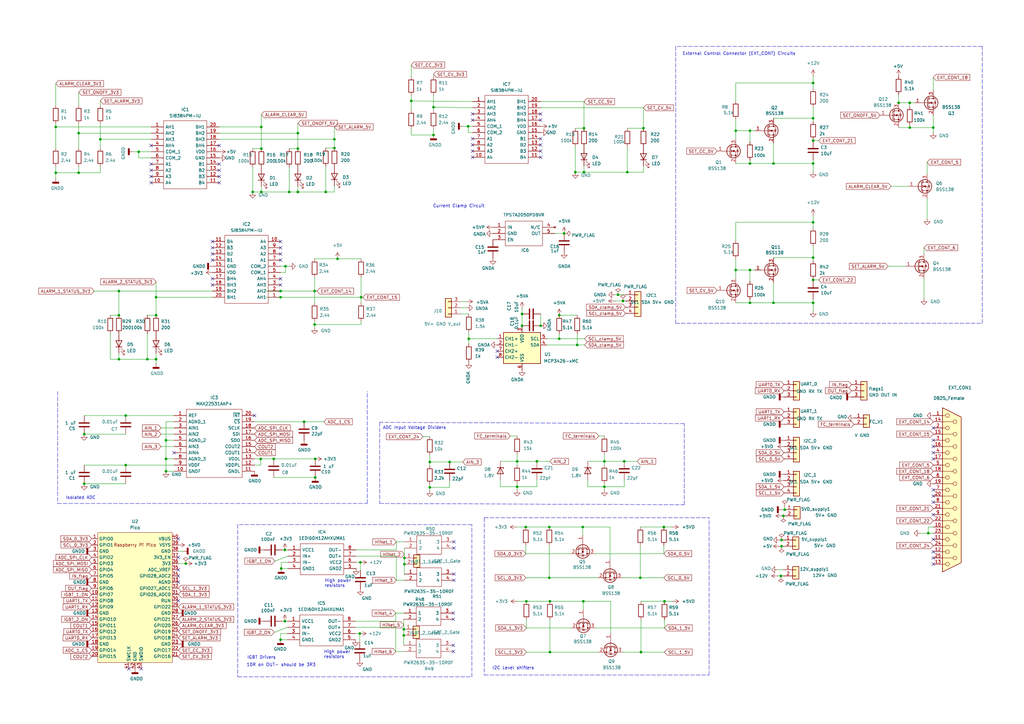
<source format=kicad_sch>
(kicad_sch (version 20211123) (generator eeschema)
  (paper "A3")
  (lib_symbols
    (symbol "Analog_ADC:MCP3426-xMC"
      (property "Reference" "U" (at -3.81 8.89 0))
      (property "Value" "MCP3426-xMC" (at 2.54 8.89 0))
      (symbol "MCP3426-xMC_1_1"
        (pin input line (at -10.16 5.08 0) (length 2.54) (name "CH1+") (number "1"))
        (pin input line (at -10.16 2.54 0) (length 2.54) (name "CH1-") (number "2"))
        (pin power_in line (at 0 10.16 270) (length 2.54) (name "VDD") (number "3"))
        (pin bidirectional line (at 10.16 2.54 180) (length 2.54) (name "SDA") (number "4"))
        (pin input line (at 10.16 5.08 180) (length 2.54) (name "SCL") (number "5"))
        (pin power_in line (at 0 -7.62 90) (length 2.54) (name "VSS") (number "6"))
        (pin input line (at -10.16 0 0) (length 2.54) (name "CH2+") (number "7"))
        (pin input line (at -10.16 -2.54 0) (length 2.54) (name "CH2-") (number "8"))
        (pin passive line (at 0 -7.62 90) (length 2.54) hide (name "VSS") (number "9"))
      )
    )
    (symbol "Connector:DB25_Female" (pin_names (offset 1.016) hide)
      (property "Reference" "J" (at 0 34.29 0))
      (property "Value" "DB25_Female" (at 0 -34.925 0))
      (symbol "DB25_Female_1_1"
        (pin passive line (at -7.62 30.48 0) (length 3.81) (name "1") (number "1"))
        (pin passive line (at -7.62 -15.24 0) (length 3.81) (name "10") (number "10"))
        (pin passive line (at -7.62 -20.32 0) (length 3.81) (name "11") (number "11"))
        (pin passive line (at -7.62 -25.4 0) (length 3.81) (name "12") (number "12"))
        (pin passive line (at -7.62 -30.48 0) (length 3.81) (name "13") (number "13"))
        (pin passive line (at -7.62 27.94 0) (length 3.81) (name "P14") (number "14"))
        (pin passive line (at -7.62 22.86 0) (length 3.81) (name "P15") (number "15"))
        (pin passive line (at -7.62 17.78 0) (length 3.81) (name "P16") (number "16"))
        (pin passive line (at -7.62 12.7 0) (length 3.81) (name "P17") (number "17"))
        (pin passive line (at -7.62 7.62 0) (length 3.81) (name "P18") (number "18"))
        (pin passive line (at -7.62 2.54 0) (length 3.81) (name "P19") (number "19"))
        (pin passive line (at -7.62 25.4 0) (length 3.81) (name "2") (number "2"))
        (pin passive line (at -7.62 -2.54 0) (length 3.81) (name "P20") (number "20"))
        (pin passive line (at -7.62 -7.62 0) (length 3.81) (name "P21") (number "21"))
        (pin passive line (at -7.62 -12.7 0) (length 3.81) (name "P22") (number "22"))
        (pin passive line (at -7.62 -17.78 0) (length 3.81) (name "P23") (number "23"))
        (pin passive line (at -7.62 -22.86 0) (length 3.81) (name "P24") (number "24"))
        (pin passive line (at -7.62 -27.94 0) (length 3.81) (name "P25") (number "25"))
        (pin passive line (at -7.62 20.32 0) (length 3.81) (name "3") (number "3"))
        (pin passive line (at -7.62 15.24 0) (length 3.81) (name "4") (number "4"))
        (pin passive line (at -7.62 10.16 0) (length 3.81) (name "5") (number "5"))
        (pin passive line (at -7.62 5.08 0) (length 3.81) (name "6") (number "6"))
        (pin passive line (at -7.62 0 0) (length 3.81) (name "7") (number "7"))
        (pin passive line (at -7.62 -5.08 0) (length 3.81) (name "8") (number "8"))
        (pin passive line (at -7.62 -10.16 0) (length 3.81) (name "9") (number "9"))
      )
    )
    (symbol "Connector_Generic:Conn_01x02" (pin_names (offset 1.016) hide)
      (property "Reference" "J" (at 0 2.54 0))
      (property "Value" "Conn_01x02" (at 0 -5.08 0))
      (symbol "Conn_01x02_1_1"
        (pin passive line (at -5.08 0 0) (length 3.81) (name "Pin_1") (number "1"))
        (pin passive line (at -5.08 -2.54 0) (length 3.81) (name "Pin_2") (number "2"))
      )
    )
    (symbol "Connector_Generic:Conn_01x03" (pin_names (offset 1.016) hide)
      (property "Reference" "J" (at 0 5.08 0))
      (property "Value" "Conn_01x03" (at 0 -5.08 0))
      (symbol "Conn_01x03_1_1"
        (pin passive line (at -5.08 2.54 0) (length 3.81) (name "Pin_1") (number "1"))
        (pin passive line (at -5.08 0 0) (length 3.81) (name "Pin_2") (number "2"))
        (pin passive line (at -5.08 -2.54 0) (length 3.81) (name "Pin_3") (number "3"))
      )
    )
    (symbol "Connector_Generic:Conn_01x04" (pin_names (offset 1.016) hide)
      (property "Reference" "J" (at 0 5.08 0))
      (property "Value" "Conn_01x04" (at 0 -7.62 0))
      (symbol "Conn_01x04_1_1"
        (pin passive line (at -5.08 2.54 0) (length 3.81) (name "Pin_1") (number "1"))
        (pin passive line (at -5.08 0 0) (length 3.81) (name "Pin_2") (number "2"))
        (pin passive line (at -5.08 -2.54 0) (length 3.81) (name "Pin_3") (number "3"))
        (pin passive line (at -5.08 -5.08 0) (length 3.81) (name "Pin_4") (number "4"))
      )
    )
    (symbol "Device:C" (pin_numbers hide) (pin_names (offset 0.254))
      (property "Reference" "C" (at 0.635 2.54 0))
      (property "Value" "C" (at 0.635 -2.54 0))
      (symbol "C_1_1"
        (pin passive line (at 0 3.81 270) (length 2.794) (name "~") (number "1"))
        (pin passive line (at 0 -3.81 90) (length 2.794) (name "~") (number "2"))
      )
    )
    (symbol "Device:D_Zener" (pin_numbers hide) (pin_names (offset 1.016) hide)
      (property "Reference" "D" (at 0 2.54 0))
      (property "Value" "D_Zener" (at 0 -2.54 0))
      (symbol "D_Zener_1_1"
        (pin passive line (at -3.81 0 0) (length 2.54) (name "K") (number "1"))
        (pin passive line (at 3.81 0 180) (length 2.54) (name "A") (number "2"))
      )
    )
    (symbol "Device:LED" (pin_numbers hide) (pin_names (offset 1.016) hide)
      (property "Reference" "D" (at 0 2.54 0))
      (property "Value" "LED" (at 0 -2.54 0))
      (symbol "LED_1_1"
        (pin passive line (at -3.81 0 0) (length 2.54) (name "K") (number "1"))
        (pin passive line (at 3.81 0 180) (length 2.54) (name "A") (number "2"))
      )
    )
    (symbol "Device:R" (pin_numbers hide) (pin_names (offset 0))
      (property "Reference" "R" (at 2.032 0 90))
      (property "Value" "R" (at 0 0 90))
      (symbol "R_1_1"
        (pin passive line (at 0 3.81 270) (length 1.27) (name "~") (number "1"))
        (pin passive line (at 0 -3.81 90) (length 1.27) (name "~") (number "2"))
      )
    )
    (symbol "MCU_RaspberryPi_and_Boards:Pico"
      (property "Reference" "U" (at -13.97 27.94 0))
      (property "Value" "Pico" (at 0 19.05 0))
      (symbol "Pico_0_0"
        (text "Raspberry Pi Pico" (at 0 21.59 0) (effects (font (size 1.27 1.27))))
      )
      (symbol "Pico_1_1"
        (pin bidirectional line (at -17.78 24.13 0) (length 2.54) (name "GPIO0") (number "1"))
        (pin bidirectional line (at -17.78 1.27 0) (length 2.54) (name "GPIO7") (number "10"))
        (pin bidirectional line (at -17.78 -1.27 0) (length 2.54) (name "GPIO8") (number "11"))
        (pin bidirectional line (at -17.78 -3.81 0) (length 2.54) (name "GPIO9") (number "12"))
        (pin power_in line (at -17.78 -6.35 0) (length 2.54) (name "GND") (number "13"))
        (pin bidirectional line (at -17.78 -8.89 0) (length 2.54) (name "GPIO10") (number "14"))
        (pin bidirectional line (at -17.78 -11.43 0) (length 2.54) (name "GPIO11") (number "15"))
        (pin bidirectional line (at -17.78 -13.97 0) (length 2.54) (name "GPIO12") (number "16"))
        (pin bidirectional line (at -17.78 -16.51 0) (length 2.54) (name "GPIO13") (number "17"))
        (pin power_in line (at -17.78 -19.05 0) (length 2.54) (name "GND") (number "18"))
        (pin bidirectional line (at -17.78 -21.59 0) (length 2.54) (name "GPIO14") (number "19"))
        (pin bidirectional line (at -17.78 21.59 0) (length 2.54) (name "GPIO1") (number "2"))
        (pin bidirectional line (at -17.78 -24.13 0) (length 2.54) (name "GPIO15") (number "20"))
        (pin bidirectional line (at 17.78 -24.13 180) (length 2.54) (name "GPIO16") (number "21"))
        (pin bidirectional line (at 17.78 -21.59 180) (length 2.54) (name "GPIO17") (number "22"))
        (pin power_in line (at 17.78 -19.05 180) (length 2.54) (name "GND") (number "23"))
        (pin bidirectional line (at 17.78 -16.51 180) (length 2.54) (name "GPIO18") (number "24"))
        (pin bidirectional line (at 17.78 -13.97 180) (length 2.54) (name "GPIO19") (number "25"))
        (pin bidirectional line (at 17.78 -11.43 180) (length 2.54) (name "GPIO20") (number "26"))
        (pin bidirectional line (at 17.78 -8.89 180) (length 2.54) (name "GPIO21") (number "27"))
        (pin power_in line (at 17.78 -6.35 180) (length 2.54) (name "GND") (number "28"))
        (pin bidirectional line (at 17.78 -3.81 180) (length 2.54) (name "GPIO22") (number "29"))
        (pin power_in line (at -17.78 19.05 0) (length 2.54) (name "GND") (number "3"))
        (pin input line (at 17.78 -1.27 180) (length 2.54) (name "RUN") (number "30"))
        (pin bidirectional line (at 17.78 1.27 180) (length 2.54) (name "GPIO26_ADC0") (number "31"))
        (pin bidirectional line (at 17.78 3.81 180) (length 2.54) (name "GPIO27_ADC1") (number "32"))
        (pin power_in line (at 17.78 6.35 180) (length 2.54) (name "AGND") (number "33"))
        (pin bidirectional line (at 17.78 8.89 180) (length 2.54) (name "GPIO28_ADC2") (number "34"))
        (pin power_in line (at 17.78 11.43 180) (length 2.54) (name "ADC_VREF") (number "35"))
        (pin power_in line (at 17.78 13.97 180) (length 2.54) (name "3V3") (number "36"))
        (pin input line (at 17.78 16.51 180) (length 2.54) (name "3V3_EN") (number "37"))
        (pin bidirectional line (at 17.78 19.05 180) (length 2.54) (name "GND") (number "38"))
        (pin power_in line (at 17.78 21.59 180) (length 2.54) (name "VSYS") (number "39"))
        (pin bidirectional line (at -17.78 16.51 0) (length 2.54) (name "GPIO2") (number "4"))
        (pin power_in line (at 17.78 24.13 180) (length 2.54) (name "VBUS") (number "40"))
        (pin input line (at -2.54 -29.21 90) (length 2.54) (name "SWCLK") (number "41"))
        (pin power_in line (at 0 -29.21 90) (length 2.54) (name "GND") (number "42"))
        (pin bidirectional line (at 2.54 -29.21 90) (length 2.54) (name "SWDIO") (number "43"))
        (pin bidirectional line (at -17.78 13.97 0) (length 2.54) (name "GPIO3") (number "5"))
        (pin bidirectional line (at -17.78 11.43 0) (length 2.54) (name "GPIO4") (number "6"))
        (pin bidirectional line (at -17.78 8.89 0) (length 2.54) (name "GPIO5") (number "7"))
        (pin power_in line (at -17.78 6.35 0) (length 2.54) (name "GND") (number "8"))
        (pin bidirectional line (at -17.78 3.81 0) (length 2.54) (name "GPIO6") (number "9"))
      )
    )
    (symbol "SamacSys_Parts:1EDI60H12AHXUMA1" (pin_names (offset 0.762))
      (property "Reference" "IC" (at 24.13 7.62 0))
      (property "Value" "1EDI60H12AHXUMA1" (at 24.13 5.08 0))
      (symbol "1EDI60H12AHXUMA1_0_0"
        (pin passive line (at 0 0 0) (length 5.08) (name "VCC1") (number "1"))
        (pin passive line (at 0 -2.54 0) (length 5.08) (name "IN+") (number "2"))
        (pin passive line (at 0 -5.08 0) (length 5.08) (name "IN-") (number "3"))
        (pin passive line (at 0 -7.62 0) (length 5.08) (name "GND1") (number "4"))
        (pin passive line (at 27.94 -7.62 180) (length 5.08) (name "GND2") (number "5"))
        (pin passive line (at 27.94 -5.08 180) (length 5.08) (name "VCC2") (number "6"))
        (pin passive line (at 27.94 -2.54 180) (length 5.08) (name "OUT+") (number "7"))
        (pin passive line (at 27.94 0 180) (length 5.08) (name "OUT-") (number "8"))
      )
    )
    (symbol "SamacSys_Parts:MAX22531AAP+" (pin_names (offset 0.762))
      (property "Reference" "IC" (at 29.21 7.62 0))
      (property "Value" "MAX22531AAP+" (at 29.21 5.08 0))
      (symbol "MAX22531AAP+_0_0"
        (pin passive line (at 0 0 0) (length 5.08) (name "REF") (number "1"))
        (pin passive line (at 0 -22.86 0) (length 5.08) (name "GNDF") (number "10"))
        (pin passive line (at 33.02 -22.86 180) (length 5.08) (name "GNDL") (number "11"))
        (pin passive line (at 33.02 -20.32 180) (length 5.08) (name "VDDPL") (number "12"))
        (pin passive line (at 33.02 -17.78 180) (length 5.08) (name "VDDL") (number "13"))
        (pin passive line (at 33.02 -15.24 180) (length 5.08) (name "COUT1") (number "14"))
        (pin passive line (at 33.02 -12.7 180) (length 5.08) (name "COUT2") (number "15"))
        (pin passive line (at 33.02 -10.16 180) (length 5.08) (name "SDO") (number "16"))
        (pin passive line (at 33.02 -7.62 180) (length 5.08) (name "SDI") (number "17"))
        (pin passive line (at 33.02 -5.08 180) (length 5.08) (name "SCLK") (number "18"))
        (pin passive line (at 33.02 -2.54 180) (length 5.08) (name "~{CS}") (number "19"))
        (pin passive line (at 0 -2.54 0) (length 5.08) (name "AGND_1") (number "2"))
        (pin passive line (at 33.02 0 180) (length 5.08) (name "~{INT}") (number "20"))
        (pin passive line (at 0 -5.08 0) (length 5.08) (name "AIN1") (number "3"))
        (pin passive line (at 0 -7.62 0) (length 5.08) (name "AIN2") (number "4"))
        (pin passive line (at 0 -10.16 0) (length 5.08) (name "AGND_2") (number "5"))
        (pin passive line (at 0 -12.7 0) (length 5.08) (name "AIN3") (number "6"))
        (pin passive line (at 0 -15.24 0) (length 5.08) (name "AIN4") (number "7"))
        (pin passive line (at 0 -17.78 0) (length 5.08) (name "AGND_3") (number "8"))
        (pin passive line (at 0 -20.32 0) (length 5.08) (name "VDDF") (number "9"))
      )
    )
    (symbol "SamacSys_Parts:PWR263S-35-10R0F" (pin_names (offset 0.762))
      (property "Reference" "R" (at 16.51 7.62 0))
      (property "Value" "PWR263S-35-10R0F" (at 16.51 5.08 0))
      (symbol "PWR263S-35-10R0F_0_0"
        (pin passive line (at 0 0 0) (length 5.08) (name "1") (number "1"))
        (pin passive line (at 0 -2.54 0) (length 5.08) (name "2") (number "2"))
        (pin passive line (at 20.32 0 180) (length 5.08) (name "3") (number "3"))
        (pin passive line (at 20.32 -2.54 180) (length 5.08) (name "4") (number "4"))
      )
    )
    (symbol "SamacSys_Parts:SI8384PM-IU" (pin_names (offset 0.762))
      (property "Reference" "IC" (at 24.13 7.62 0))
      (property "Value" "SI8384PM-IU" (at 24.13 5.08 0))
      (symbol "SI8384PM-IU_0_0"
        (pin passive line (at 0 0 0) (length 5.08) (name "AH1") (number "1"))
        (pin passive line (at 0 -22.86 0) (length 5.08) (name "A4") (number "10"))
        (pin passive line (at 27.94 -22.86 180) (length 5.08) (name "B4") (number "11"))
        (pin passive line (at 27.94 -20.32 180) (length 5.08) (name "B3") (number "12"))
        (pin passive line (at 27.94 -17.78 180) (length 5.08) (name "B2") (number "13"))
        (pin passive line (at 27.94 -15.24 180) (length 5.08) (name "B1") (number "14"))
        (pin passive line (at 27.94 -12.7 180) (length 5.08) (name "GND") (number "15"))
        (pin passive line (at 27.94 -10.16 180) (length 5.08) (name "VDD") (number "16"))
        (pin passive line (at 27.94 -7.62 180) (length 5.08) (name "BH4") (number "17"))
        (pin passive line (at 27.94 -5.08 180) (length 5.08) (name "BH3") (number "18"))
        (pin passive line (at 27.94 -2.54 180) (length 5.08) (name "BH2") (number "19"))
        (pin passive line (at 0 -2.54 0) (length 5.08) (name "AH2") (number "2"))
        (pin passive line (at 27.94 0 180) (length 5.08) (name "BH1") (number "20"))
        (pin passive line (at 0 -5.08 0) (length 5.08) (name "AH3") (number "3"))
        (pin passive line (at 0 -7.62 0) (length 5.08) (name "AH4") (number "4"))
        (pin passive line (at 0 -10.16 0) (length 5.08) (name "COM_1") (number "5"))
        (pin passive line (at 0 -12.7 0) (length 5.08) (name "COM_2") (number "6"))
        (pin passive line (at 0 -15.24 0) (length 5.08) (name "A1") (number "7"))
        (pin passive line (at 0 -17.78 0) (length 5.08) (name "A2") (number "8"))
        (pin passive line (at 0 -20.32 0) (length 5.08) (name "A3") (number "9"))
      )
    )
    (symbol "SamacSys_Parts:TPS7A2050PDBVR" (pin_names (offset 0.762))
      (property "Reference" "IC" (at 21.59 7.62 0))
      (property "Value" "TPS7A2050PDBVR" (at 21.59 5.08 0))
      (symbol "TPS7A2050PDBVR_0_0"
        (pin passive line (at 0 0 0) (length 5.08) (name "IN") (number "1"))
        (pin passive line (at 0 -2.54 0) (length 5.08) (name "GND") (number "2"))
        (pin passive line (at 0 -5.08 0) (length 5.08) (name "EN") (number "3"))
        (pin no_connect line (at 25.4 0 180) (length 5.08) (name "N/C") (number "4"))
        (pin passive line (at 25.4 -2.54 180) (length 5.08) (name "OUT") (number "5"))
      )
    )
    (symbol "Transistor_FET:BSS138" (pin_names hide)
      (property "Reference" "Q" (at 5.08 1.905 0))
      (property "Value" "BSS138" (at 5.08 0 0))
      (symbol "BSS138_1_1"
        (pin input line (at -5.08 0 0) (length 2.54) (name "G") (number "1"))
        (pin passive line (at 2.54 -5.08 90) (length 2.54) (name "S") (number "2"))
        (pin passive line (at 2.54 5.08 270) (length 2.54) (name "D") (number "3"))
      )
    )
    (symbol "power:+12V" (power) (pin_names (offset 0))
      (property "Value" "+12V" (at 0 3.556 0))
      (symbol "+12V_1_1"
        (pin power_in line (at 0 0 90) (length 0) hide (name "+12V") (number "1"))
      )
    )
    (symbol "power:+3V3" (power) (pin_names (offset 0))
      (property "Value" "+3V3" (at 0 3.556 0))
      (symbol "+3V3_1_1"
        (pin power_in line (at 0 0 90) (length 0) hide (name "+3V3") (number "1"))
      )
    )
    (symbol "power:+5V" (power) (pin_names (offset 0))
      (property "Value" "+5V" (at 0 3.556 0))
      (symbol "+5V_1_1"
        (pin power_in line (at 0 0 90) (length 0) hide (name "+5V") (number "1"))
      )
    )
    (symbol "power:+5VA" (power) (pin_names (offset 0))
      (property "Value" "+5VA" (at 0 3.556 0))
      (symbol "+5VA_1_1"
        (pin power_in line (at 0 0 90) (length 0) hide (name "+5VA") (number "1"))
      )
    )
    (symbol "power:+5VD" (power) (pin_names (offset 0))
      (property "Value" "+5VD" (at 0 3.556 0))
      (symbol "+5VD_1_1"
        (pin power_in line (at 0 0 90) (length 0) hide (name "+5VD") (number "1"))
      )
    )
    (symbol "power:+5VP" (power) (pin_names (offset 0))
      (property "Value" "+5VP" (at 0 3.556 0))
      (symbol "+5VP_1_1"
        (pin power_in line (at 0 0 90) (length 0) hide (name "+5VP") (number "1"))
      )
    )
    (symbol "power:GND" (power) (pin_names (offset 0))
      (property "Value" "GND" (at 0 -3.81 0))
      (symbol "GND_1_1"
        (pin power_in line (at 0 0 270) (length 0) hide (name "GND") (number "1"))
      )
    )
    (symbol "power:GNDA" (power) (pin_names (offset 0))
      (property "Value" "GNDA" (at 0 -3.81 0))
      (symbol "GNDA_1_1"
        (pin power_in line (at 0 0 270) (length 0) hide (name "GNDA") (number "1"))
      )
    )
    (symbol "power:GNDD" (power) (pin_names (offset 0))
      (property "Value" "GNDD" (at 0 -3.175 0))
      (symbol "GNDD_1_1"
        (pin power_in line (at 0 0 270) (length 0) hide (name "GNDD") (number "1"))
      )
    )
    (symbol "power:PWR_FLAG" (power) (pin_numbers hide) (pin_names (offset 0) hide)
      (property "Value" "PWR_FLAG" (at 0 3.81 0))
      (symbol "PWR_FLAG_0_0"
        (pin power_out line (at 0 0 90) (length 0) (name "pwr") (number "1"))
      )
    )
  )
  (junction (at 321.31 211.582))
  (junction (at 307.594 124.206))
  (junction (at 214.122 128.778))
  (junction (at 333.502 48.514))
  (junction (at 373.126 42.164))
  (junction (at 253.492 120.904))
  (junction (at 22.86 70.866))
  (junction (at 177.8 43.942))
  (junction (at 262.636 236.982))
  (junction (at 307.594 110.744))
  (junction (at 301.752 110.744))
  (junction (at 48.768 119.38))
  (junction (at 257.302 70.612))
  (junction (at 184.404 189.484))
  (junction (at 116.84 254.762))
  (junction (at 176.276 189.484))
  (junction (at 137.16 60.706))
  (junction (at 68.072 180.594))
  (junction (at 320.548 221.488))
  (junction (at 229.362 129.286))
  (junction (at 165.862 228.854))
  (junction (at 106.934 188.214))
  (junction (at 263.906 52.578))
  (junction (at 333.502 114.808))
  (junction (at 165.608 258.064))
  (junction (at 192.278 138.938))
  (junction (at 214.122 133.604))
  (junction (at 68.072 188.214))
  (junction (at 255.524 123.444))
  (junction (at 48.768 147.32))
  (junction (at 147.828 230.632))
  (junction (at 192.024 51.816))
  (junction (at 380.746 218.694))
  (junction (at 68.072 193.294))
  (junction (at 307.594 67.056))
  (junction (at 107.188 52.07))
  (junction (at 321.818 209.042))
  (junction (at 115.062 119.38))
  (junction (at 107.188 78.74))
  (junction (at 239.522 70.612))
  (junction (at 229.362 138.938))
  (junction (at 333.502 57.658))
  (junction (at 60.452 147.32))
  (junction (at 165.608 260.604))
  (junction (at 235.966 70.612))
  (junction (at 133.604 78.74))
  (junction (at 382.778 52.324))
  (junction (at 51.562 190.754))
  (junction (at 117.094 109.22))
  (junction (at 272.288 216.154))
  (junction (at 34.544 198.374))
  (junction (at 373.126 52.324))
  (junction (at 76.2 231.14))
  (junction (at 124.714 172.974))
  (junction (at 32.258 70.866))
  (junction (at 129.286 195.834))
  (junction (at 320.548 224.028))
  (junction (at 122.174 54.61))
  (junction (at 239.014 216.154))
  (junction (at 64.008 147.32))
  (junction (at 129.286 188.214))
  (junction (at 122.174 60.96))
  (junction (at 225.298 236.982))
  (junction (at 115.062 121.92))
  (junction (at 333.502 34.036))
  (junction (at 225.552 246.634))
  (junction (at 107.188 60.96))
  (junction (at 118.618 78.74))
  (junction (at 301.752 53.594))
  (junction (at 215.646 216.154))
  (junction (at 34.544 178.054))
  (junction (at 147.574 259.842))
  (junction (at 115.062 262.382))
  (junction (at 225.552 267.462))
  (junction (at 168.656 41.402))
  (junction (at 212.09 189.23))
  (junction (at 129.032 119.38))
  (junction (at 32.258 54.61))
  (junction (at 112.268 188.214))
  (junction (at 220.218 189.23))
  (junction (at 317.246 124.206))
  (junction (at 333.502 91.186))
  (junction (at 307.594 53.594))
  (junction (at 22.86 52.07))
  (junction (at 212.09 199.644))
  (junction (at 177.8 55.372))
  (junction (at 236.728 141.478))
  (junction (at 129.032 133.096))
  (junction (at 221.742 133.604))
  (junction (at 176.276 199.898))
  (junction (at 225.298 216.154))
  (junction (at 215.9 246.634))
  (junction (at 64.008 129.286))
  (junction (at 51.562 170.434))
  (junction (at 333.502 67.056))
  (junction (at 56.896 62.23))
  (junction (at 320.294 236.22))
  (junction (at 103.632 78.74))
  (junction (at 247.904 199.644))
  (junction (at 41.148 57.15))
  (junction (at 262.89 267.462))
  (junction (at 64.008 121.92))
  (junction (at 333.502 124.206))
  (junction (at 239.268 246.634))
  (junction (at 256.032 189.23))
  (junction (at 148.082 121.92))
  (junction (at 115.316 233.172))
  (junction (at 317.246 67.056))
  (junction (at 48.768 129.286))
  (junction (at 116.84 225.552))
  (junction (at 231.394 95.758))
  (junction (at 165.862 231.394))
  (junction (at 368.554 42.164))
  (junction (at 272.542 246.634))
  (junction (at 239.522 52.578))
  (junction (at 137.16 57.15))
  (junction (at 247.904 189.23))
  (junction (at 333.502 105.664))
  (junction (at 122.174 78.74))
  (junction (at 138.43 106.172))
  (no_connect (at 61.976 67.31))
  (no_connect (at 89.916 67.31))
  (no_connect (at 89.916 59.69))
  (no_connect (at 382.778 221.234))
  (no_connect (at 61.976 59.69))
  (no_connect (at 185.928 264.668))
  (no_connect (at 185.928 267.208))
  (no_connect (at 73.152 238.76))
  (no_connect (at 73.152 246.38))
  (no_connect (at 221.742 46.736))
  (no_connect (at 221.742 49.276))
  (no_connect (at 71.374 185.674))
  (no_connect (at 203.962 144.018))
  (no_connect (at 203.962 146.558))
  (no_connect (at 193.802 49.276))
  (no_connect (at 193.802 46.736))
  (no_connect (at 104.394 170.434))
  (no_connect (at 193.802 64.516))
  (no_connect (at 193.802 59.436))
  (no_connect (at 193.802 61.976))
  (no_connect (at 221.742 59.436))
  (no_connect (at 221.742 56.896))
  (no_connect (at 221.742 64.516))
  (no_connect (at 221.742 61.976))
  (no_connect (at 193.802 56.896))
  (no_connect (at 73.152 236.22))
  (no_connect (at 52.832 274.32))
  (no_connect (at 57.912 274.32))
  (no_connect (at 73.152 220.98))
  (no_connect (at 382.778 183.134))
  (no_connect (at 185.928 251.46))
  (no_connect (at 185.928 254))
  (no_connect (at 186.182 222.25))
  (no_connect (at 186.182 224.79))
  (no_connect (at 186.182 235.458))
  (no_connect (at 186.182 237.998))
  (no_connect (at 115.062 101.6))
  (no_connect (at 115.062 104.14))
  (no_connect (at 115.062 106.68))
  (no_connect (at 115.062 114.3))
  (no_connect (at 115.062 116.84))
  (no_connect (at 87.122 104.14))
  (no_connect (at 87.122 106.68))
  (no_connect (at 87.122 114.3))
  (no_connect (at 87.122 116.84))
  (no_connect (at 89.916 69.85))
  (no_connect (at 89.916 72.39))
  (no_connect (at 89.916 74.93))
  (no_connect (at 61.976 69.85))
  (no_connect (at 61.976 72.39))
  (no_connect (at 61.976 74.93))
  (no_connect (at 115.062 99.06))
  (no_connect (at 87.122 99.06))
  (no_connect (at 87.122 101.6))
  (no_connect (at 382.778 175.514))
  (no_connect (at 382.778 180.594))
  (no_connect (at 382.778 185.674))
  (no_connect (at 382.778 188.214))
  (no_connect (at 382.778 203.454))
  (no_connect (at 382.778 200.914))
  (no_connect (at 382.778 205.994))
  (no_connect (at 382.778 211.074))
  (no_connect (at 382.778 226.314))
  (no_connect (at 382.778 228.854))
  (no_connect (at 382.778 231.394))
  (no_connect (at 73.152 228.6))
  (no_connect (at 73.152 233.68))
  (wire (pts (xy 378.968 114.3) (xy 378.968 122.428)))
  (wire (pts (xy 373.126 42.164) (xy 375.158 42.164)))
  (wire (pts (xy 148.082 131.826) (xy 148.082 133.096)))
  (wire (pts (xy 212.09 199.644) (xy 212.09 198.374)))
  (wire (pts (xy 244.348 257.556) (xy 272.542 257.556)))
  (wire (pts (xy 215.9 267.462) (xy 225.552 267.462)))
  (wire (pts (xy 89.916 57.15) (xy 137.16 57.15)))
  (polyline (pts (xy 198.628 276.86) (xy 290.83 276.86)))
  (polyline (pts (xy 290.83 276.86) (xy 290.83 212.344)))
  (wire (pts (xy 317.246 58.674) (xy 317.246 67.056)))
  (wire (pts (xy 256.032 199.644) (xy 247.904 199.644)))
  (wire (pts (xy 56.896 64.77) (xy 61.976 64.77)))
  (wire (pts (xy 307.594 53.594) (xy 309.626 53.594)))
  (wire (pts (xy 165.608 254) (xy 165.608 258.064)))
  (wire (pts (xy 56.896 62.23) (xy 56.896 64.77)))
  (wire (pts (xy 220.218 199.644) (xy 212.09 199.644)))
  (wire (pts (xy 192.278 138.938) (xy 203.962 138.938)))
  (wire (pts (xy 189.992 51.816) (xy 192.024 51.816)))
  (wire (pts (xy 117.094 109.22) (xy 115.062 109.22)))
  (wire (pts (xy 272.288 223.774) (xy 272.288 227.076)))
  (wire (pts (xy 215.646 227.076) (xy 233.934 227.076)))
  (wire (pts (xy 215.9 257.556) (xy 234.188 257.556)))
  (wire (pts (xy 225.298 236.982) (xy 245.11 236.982)))
  (wire (pts (xy 239.522 41.656) (xy 239.522 52.578)))
  (wire (pts (xy 22.86 34.29) (xy 22.86 43.18)))
  (wire (pts (xy 307.594 115.316) (xy 307.594 110.744)))
  (wire (pts (xy 66.04 175.514) (xy 71.374 175.514)))
  (wire (pts (xy 256.032 189.23) (xy 247.904 189.23)))
  (wire (pts (xy 333.502 114.808) (xy 333.502 115.062)))
  (wire (pts (xy 333.502 31.242) (xy 333.502 34.036)))
  (wire (pts (xy 192.024 51.816) (xy 193.802 51.816)))
  (wire (pts (xy 133.604 68.326) (xy 133.604 78.74)))
  (wire (pts (xy 106.934 188.214) (xy 112.268 188.214)))
  (wire (pts (xy 257.302 60.198) (xy 257.302 70.612)))
  (wire (pts (xy 225.552 246.634) (xy 239.268 246.634)))
  (wire (pts (xy 272.288 216.154) (xy 262.636 216.154)))
  (wire (pts (xy 212.09 186.436) (xy 212.09 189.23)))
  (wire (pts (xy 244.094 227.076) (xy 272.288 227.076)))
  (polyline (pts (xy 193.548 277.622) (xy 193.548 215.138)))
  (wire (pts (xy 64.008 147.32) (xy 60.452 147.32)))
  (wire (pts (xy 122.174 68.58) (xy 122.174 68.834)))
  (wire (pts (xy 165.608 260.604) (xy 165.608 264.668)))
  (wire (pts (xy 333.502 70.358) (xy 333.502 67.056)))
  (wire (pts (xy 333.502 57.404) (xy 333.502 57.658)))
  (wire (pts (xy 220.218 196.85) (xy 220.218 199.644)))
  (wire (pts (xy 321.31 211.582) (xy 321.818 211.582)))
  (wire (pts (xy 133.604 78.74) (xy 137.16 78.74)))
  (wire (pts (xy 333.502 101.092) (xy 333.502 105.664)))
  (wire (pts (xy 147.574 263.144) (xy 147.574 259.842)))
  (wire (pts (xy 214.122 126.492) (xy 214.122 128.778)))
  (wire (pts (xy 205.232 189.23) (xy 212.09 189.23)))
  (wire (pts (xy 333.502 57.658) (xy 333.502 57.912)))
  (wire (pts (xy 68.072 193.294) (xy 71.374 193.294)))
  (wire (pts (xy 239.522 70.612) (xy 257.302 70.612)))
  (wire (pts (xy 165.862 224.79) (xy 165.862 228.854)))
  (wire (pts (xy 382.778 31.75) (xy 382.778 37.084)))
  (wire (pts (xy 115.824 225.552) (xy 116.84 225.552)))
  (wire (pts (xy 129.032 119.38) (xy 130.048 119.38)))
  (wire (pts (xy 262.89 254.254) (xy 262.89 267.462)))
  (wire (pts (xy 184.404 199.898) (xy 176.276 199.898)))
  (wire (pts (xy 262.636 236.982) (xy 255.27 236.982)))
  (wire (pts (xy 301.752 41.402) (xy 301.752 34.036)))
  (wire (pts (xy 229.362 129.286) (xy 236.728 129.286)))
  (wire (pts (xy 225.298 216.154) (xy 239.014 216.154)))
  (wire (pts (xy 241.046 199.644) (xy 247.904 199.644)))
  (wire (pts (xy 122.174 78.74) (xy 133.604 78.74)))
  (wire (pts (xy 301.752 114.046) (xy 301.752 110.744)))
  (wire (pts (xy 215.646 223.774) (xy 215.646 227.076)))
  (wire (pts (xy 365.506 76.454) (xy 372.618 76.454)))
  (wire (pts (xy 48.768 147.32) (xy 60.452 147.32)))
  (polyline (pts (xy 280.67 173.736) (xy 155.702 173.228)))
  (wire (pts (xy 333.502 67.056) (xy 333.502 65.532)))
  (wire (pts (xy 133.604 60.706) (xy 137.16 60.706)))
  (wire (pts (xy 162.56 222.25) (xy 162.56 225.552)))
  (wire (pts (xy 321.818 207.772) (xy 321.818 209.042)))
  (wire (pts (xy 162.306 267.208) (xy 162.306 257.302)))
  (wire (pts (xy 76.2 231.14) (xy 73.152 231.14)))
  (wire (pts (xy 137.16 68.326) (xy 137.16 68.58)))
  (wire (pts (xy 380.746 216.154) (xy 380.746 218.694)))
  (wire (pts (xy 51.562 178.054) (xy 34.544 178.054)))
  (wire (pts (xy 225.552 267.462) (xy 245.364 267.462)))
  (wire (pts (xy 45.212 136.906) (xy 45.212 147.32)))
  (polyline (pts (xy 155.702 206.502) (xy 280.67 207.01)))
  (wire (pts (xy 115.824 254.762) (xy 116.84 254.762)))
  (wire (pts (xy 317.246 67.056) (xy 333.502 67.056)))
  (wire (pts (xy 137.16 52.07) (xy 137.16 57.15)))
  (wire (pts (xy 177.8 39.116) (xy 177.8 43.942)))
  (wire (pts (xy 262.89 267.462) (xy 272.542 267.462)))
  (wire (pts (xy 377.444 218.694) (xy 380.746 218.694)))
  (wire (pts (xy 380.238 66.548) (xy 380.238 71.374)))
  (wire (pts (xy 333.502 114.808) (xy 335.788 114.808)))
  (wire (pts (xy 191.262 126.238) (xy 188.976 126.238)))
  (wire (pts (xy 321.818 209.042) (xy 320.802 209.042)))
  (wire (pts (xy 231.394 95.758) (xy 227.584 95.758)))
  (wire (pts (xy 64.008 144.78) (xy 64.008 147.32)))
  (wire (pts (xy 177.8 43.942) (xy 177.8 45.212)))
  (wire (pts (xy 263.906 60.198) (xy 263.906 60.452)))
  (wire (pts (xy 301.752 67.056) (xy 307.594 67.056)))
  (wire (pts (xy 117.094 111.76) (xy 117.094 109.22)))
  (wire (pts (xy 68.072 188.214) (xy 68.072 193.294)))
  (wire (pts (xy 168.656 55.372) (xy 177.8 55.372)))
  (polyline (pts (xy 23.622 206.502) (xy 150.622 206.502)))
  (wire (pts (xy 22.86 68.326) (xy 22.86 70.866)))
  (polyline (pts (xy 277.114 19.05) (xy 277.114 132.588)))
  (wire (pts (xy 112.268 188.214) (xy 129.286 188.214)))
  (wire (pts (xy 118.11 230.632) (xy 115.316 230.632)))
  (wire (pts (xy 193.802 41.656) (xy 168.656 41.402)))
  (wire (pts (xy 107.188 76.454) (xy 107.188 78.74)))
  (wire (pts (xy 262.636 236.982) (xy 272.288 236.982)))
  (wire (pts (xy 333.502 91.186) (xy 333.502 93.472)))
  (wire (pts (xy 32.258 60.706) (xy 32.258 54.61)))
  (wire (pts (xy 38.608 119.38) (xy 48.768 119.38)))
  (wire (pts (xy 147.828 233.934) (xy 147.828 230.632)))
  (wire (pts (xy 247.904 200.914) (xy 247.904 199.644)))
  (wire (pts (xy 193.802 54.356) (xy 192.024 54.356)))
  (wire (pts (xy 108.966 119.38) (xy 115.062 119.38)))
  (wire (pts (xy 148.082 113.792) (xy 148.082 121.92)))
  (wire (pts (xy 221.742 41.656) (xy 239.522 41.656)))
  (wire (pts (xy 66.04 178.054) (xy 71.374 178.054)))
  (wire (pts (xy 263.906 70.612) (xy 257.302 70.612)))
  (wire (pts (xy 137.16 76.2) (xy 137.16 78.74)))
  (wire (pts (xy 319.786 221.488) (xy 320.548 221.488)))
  (wire (pts (xy 307.594 67.056) (xy 317.246 67.056)))
  (wire (pts (xy 212.09 200.914) (xy 212.09 199.644)))
  (wire (pts (xy 116.84 254.762) (xy 117.856 254.762)))
  (wire (pts (xy 255.524 123.444) (xy 256.54 123.444)))
  (wire (pts (xy 124.714 172.974) (xy 104.394 172.974)))
  (polyline (pts (xy 402.844 132.588) (xy 402.844 19.05)))
  (wire (pts (xy 229.362 138.938) (xy 224.282 138.938)))
  (wire (pts (xy 115.316 233.172) (xy 118.11 233.172)))
  (wire (pts (xy 66.04 183.134) (xy 71.374 183.134)))
  (wire (pts (xy 45.212 129.286) (xy 48.768 129.286)))
  (wire (pts (xy 214.122 133.604) (xy 214.122 133.858)))
  (wire (pts (xy 115.062 259.842) (xy 115.062 262.382)))
  (wire (pts (xy 253.492 120.904) (xy 256.54 120.904)))
  (wire (pts (xy 192.278 138.938) (xy 192.278 136.398)))
  (wire (pts (xy 71.374 172.974) (xy 68.072 172.974)))
  (wire (pts (xy 177.8 30.48) (xy 177.8 31.496)))
  (wire (pts (xy 162.56 237.998) (xy 162.56 228.092)))
  (wire (pts (xy 333.502 57.658) (xy 335.788 57.658)))
  (wire (pts (xy 51.562 190.754) (xy 34.544 190.754)))
  (polyline (pts (xy 150.622 206.502) (xy 150.622 160.528)))
  (wire (pts (xy 319.024 236.22) (xy 320.294 236.22)))
  (wire (pts (xy 87.122 119.38) (xy 48.768 119.38)))
  (wire (pts (xy 165.608 267.208) (xy 162.306 267.208)))
  (wire (pts (xy 250.444 259.842) (xy 250.444 246.634)))
  (wire (pts (xy 368.554 38.862) (xy 368.554 42.164)))
  (wire (pts (xy 301.752 106.172) (xy 301.752 110.744)))
  (wire (pts (xy 192.278 128.778) (xy 188.976 128.778)))
  (wire (pts (xy 115.062 119.38) (xy 129.032 119.38)))
  (wire (pts (xy 68.072 172.974) (xy 68.072 180.594)))
  (wire (pts (xy 115.316 230.632) (xy 115.316 233.172)))
  (wire (pts (xy 205.232 199.644) (xy 212.09 199.644)))
  (wire (pts (xy 116.84 225.552) (xy 118.11 225.552)))
  (wire (pts (xy 162.56 225.552) (xy 146.05 225.552)))
  (wire (pts (xy 215.9 254.254) (xy 215.9 257.556)))
  (wire (pts (xy 256.032 196.85) (xy 256.032 199.644)))
  (wire (pts (xy 189.738 189.484) (xy 184.404 189.484)))
  (wire (pts (xy 373.126 51.308) (xy 373.126 52.324)))
  (wire (pts (xy 162.306 254.762) (xy 145.796 254.762)))
  (polyline (pts (xy 97.536 215.138) (xy 97.536 277.622)))
  (wire (pts (xy 320.548 221.488) (xy 321.31 221.488)))
  (wire (pts (xy 41.148 68.326) (xy 41.148 70.866)))
  (wire (pts (xy 106.934 188.214) (xy 104.394 188.214)))
  (wire (pts (xy 239.776 141.478) (xy 236.728 141.478)))
  (wire (pts (xy 103.632 68.58) (xy 103.632 78.74)))
  (polyline (pts (xy 198.628 212.344) (xy 198.628 276.86)))
  (wire (pts (xy 129.032 133.096) (xy 129.032 131.826)))
  (wire (pts (xy 41.148 57.15) (xy 41.148 50.8)))
  (wire (pts (xy 148.082 121.92) (xy 148.082 124.206)))
  (wire (pts (xy 147.574 259.842) (xy 145.796 259.842)))
  (wire (pts (xy 373.126 52.324) (xy 382.778 52.324)))
  (wire (pts (xy 117.856 259.842) (xy 115.062 259.842)))
  (polyline (pts (xy 155.702 173.228) (xy 155.702 206.502)))
  (wire (pts (xy 147.828 230.632) (xy 146.05 230.632)))
  (wire (pts (xy 368.554 42.164) (xy 373.126 42.164)))
  (wire (pts (xy 75.184 226.06) (xy 73.152 226.06)))
  (wire (pts (xy 214.122 128.778) (xy 214.122 133.604)))
  (wire (pts (xy 333.502 114.554) (xy 333.502 114.808)))
  (wire (pts (xy 252.222 120.904) (xy 253.492 120.904)))
  (wire (pts (xy 115.062 111.76) (xy 117.094 111.76)))
  (wire (pts (xy 168.656 39.116) (xy 168.656 41.402)))
  (wire (pts (xy 129.032 113.792) (xy 129.032 119.38)))
  (wire (pts (xy 229.362 138.938) (xy 239.776 138.938)))
  (wire (pts (xy 107.188 46.99) (xy 107.188 52.07)))
  (wire (pts (xy 165.862 231.394) (xy 165.862 235.458)))
  (wire (pts (xy 56.896 62.23) (xy 61.976 62.23)))
  (wire (pts (xy 165.862 222.25) (xy 162.56 222.25)))
  (wire (pts (xy 32.258 54.61) (xy 61.976 54.61)))
  (wire (pts (xy 236.728 136.906) (xy 236.728 141.478)))
  (wire (pts (xy 301.752 124.206) (xy 307.594 124.206)))
  (wire (pts (xy 176.276 186.69) (xy 176.276 189.484)))
  (polyline (pts (xy 402.844 19.05) (xy 277.114 19.05)))
  (wire (pts (xy 112.268 195.834) (xy 129.286 195.834)))
  (wire (pts (xy 118.618 109.22) (xy 117.094 109.22)))
  (wire (pts (xy 41.148 70.866) (xy 32.258 70.866)))
  (wire (pts (xy 241.046 196.85) (xy 241.046 199.644)))
  (wire (pts (xy 115.062 121.92) (xy 148.082 121.92)))
  (wire (pts (xy 212.09 189.23) (xy 212.09 190.754)))
  (wire (pts (xy 215.9 246.634) (xy 225.552 246.634)))
  (wire (pts (xy 301.752 56.896) (xy 301.752 53.594)))
  (wire (pts (xy 107.188 68.58) (xy 107.188 68.834)))
  (polyline (pts (xy 198.628 212.344) (xy 290.83 212.344)))
  (polyline (pts (xy 277.114 132.588) (xy 402.844 132.588)))
  (wire (pts (xy 162.306 251.46) (xy 162.306 254.762)))
  (wire (pts (xy 118.618 60.96) (xy 122.174 60.96)))
  (wire (pts (xy 221.742 44.196) (xy 263.906 44.196)))
  (wire (pts (xy 71.374 188.214) (xy 68.072 188.214)))
  (wire (pts (xy 192.278 140.97) (xy 192.278 138.938)))
  (wire (pts (xy 317.246 48.514) (xy 333.502 48.514)))
  (wire (pts (xy 89.916 54.61) (xy 122.174 54.61)))
  (wire (pts (xy 263.906 44.196) (xy 263.906 52.578)))
  (wire (pts (xy 162.306 257.302) (xy 145.796 257.302)))
  (wire (pts (xy 122.174 54.61) (xy 122.174 60.96)))
  (wire (pts (xy 221.742 128.778) (xy 221.742 133.604)))
  (wire (pts (xy 64.008 121.92) (xy 64.008 129.286)))
  (wire (pts (xy 32.258 54.61) (xy 32.258 50.8)))
  (wire (pts (xy 112.522 259.334) (xy 117.856 257.302)))
  (wire (pts (xy 225.298 223.774) (xy 225.298 236.982)))
  (polyline (pts (xy 280.67 207.01) (xy 280.67 173.736)))
  (wire (pts (xy 162.56 228.092) (xy 146.05 228.092)))
  (wire (pts (xy 225.552 254.254) (xy 225.552 267.462)))
  (wire (pts (xy 380.746 218.694) (xy 382.778 218.694)))
  (wire (pts (xy 103.632 78.74) (xy 107.188 78.74)))
  (wire (pts (xy 32.258 70.866) (xy 32.258 68.326)))
  (wire (pts (xy 115.062 262.382) (xy 117.856 262.382)))
  (wire (pts (xy 317.246 105.664) (xy 333.502 105.664)))
  (wire (pts (xy 51.562 190.754) (xy 71.374 190.754)))
  (wire (pts (xy 250.19 229.362) (xy 250.19 216.154)))
  (wire (pts (xy 239.522 70.612) (xy 235.966 70.612)))
  (wire (pts (xy 239.014 216.154) (xy 239.014 219.456)))
  (wire (pts (xy 301.752 49.022) (xy 301.752 53.594)))
  (wire (pts (xy 112.776 230.124) (xy 118.11 228.092)))
  (wire (pts (xy 307.594 58.166) (xy 307.594 53.594)))
  (wire (pts (xy 333.502 88.392) (xy 333.502 91.186)))
  (wire (pts (xy 122.174 76.454) (xy 122.174 78.74)))
  (wire (pts (xy 235.966 60.198) (xy 235.966 70.612)))
  (wire (pts (xy 165.862 237.998) (xy 162.56 237.998)))
  (wire (pts (xy 382.778 216.154) (xy 380.746 216.154)))
  (wire (pts (xy 245.618 178.816) (xy 247.904 178.816)))
  (wire (pts (xy 333.502 34.036) (xy 333.502 36.322)))
  (wire (pts (xy 148.082 121.92) (xy 148.844 121.92)))
  (wire (pts (xy 71.374 180.594) (xy 68.072 180.594)))
  (wire (pts (xy 272.542 246.634) (xy 262.89 246.634)))
  (wire (pts (xy 51.562 170.434) (xy 34.544 170.434)))
  (wire (pts (xy 51.562 198.374) (xy 34.544 198.374)))
  (wire (pts (xy 235.966 52.578) (xy 239.522 52.578)))
  (wire (pts (xy 122.174 50.546) (xy 122.174 54.61)))
  (wire (pts (xy 168.656 41.402) (xy 168.656 45.212)))
  (wire (pts (xy 239.522 60.198) (xy 239.522 60.452)))
  (wire (pts (xy 132.842 172.974) (xy 124.714 172.974)))
  (wire (pts (xy 320.294 236.22) (xy 321.31 236.22)))
  (wire (pts (xy 307.594 124.206) (xy 317.246 124.206)))
  (wire (pts (xy 48.768 136.906) (xy 48.768 137.16)))
  (wire (pts (xy 380.238 81.534) (xy 380.238 89.662)))
  (wire (pts (xy 168.656 26.67) (xy 168.656 31.496)))
  (wire (pts (xy 382.778 52.324) (xy 382.778 47.244)))
  (wire (pts (xy 378.968 101.6) (xy 378.968 104.14)))
  (wire (pts (xy 301.752 53.594) (xy 307.594 53.594)))
  (wire (pts (xy 275.59 216.154) (xy 272.288 216.154)))
  (wire (pts (xy 168.656 52.832) (xy 168.656 55.372)))
  (wire (pts (xy 320.802 211.582) (xy 321.31 211.582)))
  (wire (pts (xy 333.502 124.206) (xy 333.502 122.682)))
  (wire (pts (xy 209.296 178.816) (xy 212.09 178.816)))
  (wire (pts (xy 247.904 186.436) (xy 247.904 189.23)))
  (wire (pts (xy 48.768 144.78) (xy 48.768 147.32)))
  (wire (pts (xy 307.594 122.936) (xy 307.594 124.206)))
  (wire (pts (xy 257.302 52.578) (xy 263.906 52.578)))
  (wire (pts (xy 41.148 60.706) (xy 41.148 57.15)))
  (wire (pts (xy 54.61 62.23) (xy 56.896 62.23)))
  (wire (pts (xy 48.768 119.38) (xy 48.768 129.286)))
  (polyline (pts (xy 97.536 277.622) (xy 193.548 277.622)))
  (wire (pts (xy 247.904 189.23) (xy 247.904 190.754)))
  (wire (pts (xy 301.752 91.186) (xy 333.502 91.186)))
  (wire (pts (xy 22.86 52.07) (xy 22.86 50.8)))
  (wire (pts (xy 64.008 149.098) (xy 64.008 147.32)))
  (wire (pts (xy 317.246 115.824) (xy 317.246 124.206)))
  (wire (pts (xy 382.778 54.356) (xy 382.778 52.324)))
  (wire (pts (xy 176.276 201.168) (xy 176.276 199.898)))
  (wire (pts (xy 215.646 236.982) (xy 225.298 236.982)))
  (wire (pts (xy 333.502 49.784) (xy 333.502 48.514)))
  (wire (pts (xy 250.444 246.634) (xy 239.268 246.634)))
  (wire (pts (xy 317.246 124.206) (xy 333.502 124.206)))
  (wire (pts (xy 165.862 228.854) (xy 165.862 231.394)))
  (wire (pts (xy 22.86 70.866) (xy 32.258 70.866)))
  (wire (pts (xy 118.618 78.74) (xy 122.174 78.74)))
  (wire (pts (xy 129.032 134.366) (xy 129.032 133.096)))
  (wire (pts (xy 104.394 190.754) (xy 106.934 190.754)))
  (wire (pts (xy 138.43 106.172) (xy 129.032 106.172)))
  (wire (pts (xy 333.502 127.508) (xy 333.502 124.206)))
  (wire (pts (xy 261.366 189.23) (xy 256.032 189.23)))
  (wire (pts (xy 250.19 216.154) (xy 239.014 216.154)))
  (wire (pts (xy 364.236 109.22) (xy 371.348 109.22)))
  (wire (pts (xy 129.032 119.38) (xy 129.032 124.206)))
  (wire (pts (xy 41.148 41.402) (xy 41.148 43.18)))
  (wire (pts (xy 165.608 258.064) (xy 165.608 260.604)))
  (wire (pts (xy 333.502 106.934) (xy 333.502 105.664)))
  (wire (pts (xy 89.916 52.07) (xy 107.188 52.07)))
  (wire (pts (xy 307.594 65.786) (xy 307.594 67.056)))
  (wire (pts (xy 373.126 43.688) (xy 373.126 42.164)))
  (wire (pts (xy 320.548 224.028) (xy 321.31 224.028)))
  (wire (pts (xy 137.16 57.15) (xy 137.16 60.706)))
  (wire (pts (xy 205.232 196.85) (xy 205.232 199.644)))
  (wire (pts (xy 184.404 189.484) (xy 176.276 189.484)))
  (wire (pts (xy 239.522 68.072) (xy 239.522 70.612)))
  (wire (pts (xy 48.768 147.32) (xy 45.212 147.32)))
  (wire (pts (xy 220.218 189.23) (xy 212.09 189.23)))
  (wire (pts (xy 275.844 246.634) (xy 272.542 246.634)))
  (wire (pts (xy 60.452 136.906) (xy 60.452 147.32)))
  (wire (pts (xy 148.082 133.096) (xy 129.032 133.096)))
  (wire (pts (xy 106.934 190.754) (xy 106.934 188.214)))
  (wire (pts (xy 51.562 170.434) (xy 71.374 170.434)))
  (wire (pts (xy 118.618 68.58) (xy 118.618 78.74)))
  (wire (pts (xy 176.276 189.484) (xy 176.276 191.008)))
  (wire (pts (xy 301.752 98.552) (xy 301.752 91.186)))
  (wire (pts (xy 225.552 189.23) (xy 220.218 189.23)))
  (wire (pts (xy 103.632 60.96) (xy 107.188 60.96)))
  (wire (pts (xy 307.594 110.744) (xy 309.626 110.744)))
  (wire (pts (xy 22.86 60.706) (xy 22.86 52.07)))
  (wire (pts (xy 64.008 115.57) (xy 64.008 121.92)))
  (wire (pts (xy 108.966 121.92) (xy 115.062 121.92)))
  (wire (pts (xy 173.482 179.07) (xy 176.276 179.07)))
  (wire (pts (xy 176.276 199.898) (xy 176.276 198.628)))
  (wire (pts (xy 107.188 52.07) (xy 107.188 60.96)))
  (wire (pts (xy 192.024 54.356) (xy 192.024 51.816)))
  (wire (pts (xy 177.8 43.942) (xy 193.802 44.196)))
  (wire (pts (xy 368.554 52.324) (xy 373.126 52.324)))
  (wire (pts (xy 138.43 106.172) (xy 148.082 106.172)))
  (wire (pts (xy 22.86 73.152) (xy 22.86 70.866)))
  (wire (pts (xy 319.024 233.68) (xy 321.31 233.68)))
  (polyline (pts (xy 23.622 160.528) (xy 23.622 206.502)))
  (wire (pts (xy 236.728 141.478) (xy 224.282 141.478)))
  (wire (pts (xy 272.542 254.254) (xy 272.542 257.556)))
  (wire (pts (xy 333.502 43.942) (xy 333.502 48.514)))
  (wire (pts (xy 241.046 189.23) (xy 247.904 189.23)))
  (wire (pts (xy 262.89 267.462) (xy 255.524 267.462)))
  (wire (pts (xy 247.904 199.644) (xy 247.904 198.374)))
  (polyline (pts (xy 193.548 215.138) (xy 97.536 215.138)))
  (wire (pts (xy 41.148 57.15) (xy 61.976 57.15)))
  (wire (pts (xy 191.262 123.698) (xy 188.976 123.698)))
  (wire (pts (xy 301.752 110.744) (xy 307.594 110.744)))
  (wire (pts (xy 301.752 34.036) (xy 333.502 34.036)))
  (wire (pts (xy 68.072 180.594) (xy 68.072 188.214)))
  (wire (pts (xy 87.122 121.92) (xy 64.008 121.92)))
  (wire (pts (xy 263.906 68.072) (xy 263.906 70.612)))
  (wire (pts (xy 319.786 224.028) (xy 320.548 224.028)))
  (wire (pts (xy 184.404 197.104) (xy 184.404 199.898)))
  (wire (pts (xy 252.222 123.444) (xy 255.524 123.444)))
  (wire (pts (xy 22.86 52.07) (xy 61.976 52.07)))
  (wire (pts (xy 229.362 136.906) (xy 229.362 138.938)))
  (wire (pts (xy 64.008 136.906) (xy 64.008 137.16)))
  (wire (pts (xy 177.8 52.832) (xy 177.8 55.372)))
  (wire (pts (xy 262.636 223.774) (xy 262.636 236.982)))
  (wire (pts (xy 215.646 216.154) (xy 225.298 216.154)))
  (wire (pts (xy 107.188 78.74) (xy 118.618 78.74)))
  (wire (pts (xy 60.452 129.286) (xy 64.008 129.286)))
  (wire (pts (xy 165.608 251.46) (xy 162.306 251.46)))
  (wire (pts (xy 211.836 216.154) (xy 215.646 216.154)))
  (wire (pts (xy 212.09 246.634) (xy 215.9 246.634)))
  (wire (pts (xy 239.268 246.634) (xy 239.268 249.936)))
  (wire (pts (xy 32.258 37.846) (xy 32.258 43.18)))
  (text "Current Clamp Circuit" (at 177.546 85.344 0) (effects (font (size 1.27 1.27)) (justify left bottom)))
  (text "High power \nresistors" (at 133.096 241.046 0) (effects (font (size 1.27 1.27)) (justify left bottom)))
  (text "External Control Connector (EXT_CONT) Circuits" (at 279.908 22.86 0) (effects (font (size 1.27 1.27)) (justify left bottom)))
  (text "Isolated ADC" (at 26.924 204.978 0) (effects (font (size 1.27 1.27)) (justify left bottom)))
  (text "High power \nresistors" (at 132.842 270.256 0) (effects (font (size 1.27 1.27)) (justify left bottom)))
  (text "IGBT Drivers" (at 101.346 270.51 0) (effects (font (size 1.27 1.27)) (justify left bottom)))
  (text "ADC Input Voltage Dividers" (at 156.972 176.276 0) (effects (font (size 1.27 1.27)) (justify left bottom)))
  (text "I2C Level shifters" (at 201.93 274.828 0) (effects (font (size 1.27 1.27)) (justify left bottom)))
  (text "10R on OUT- should be 3R3" (at 101.092 273.558 0) (effects (font (size 1.27 1.27)) (justify left bottom)))
  (global_label "UART1_TX" (shape input) (at 37.592 246.38 180) (property "Intersheet References" "${INTERSHEET_REFS}" (effects hide)))
  (global_label "HiNet_4" (shape input) (at 162.306 251.46 180) (property "Intersheet References" "${INTERSHEET_REFS}" (effects hide)))
  (global_label "SET_ALARM_5V" (shape input) (at 364.236 109.22 180) (property "Intersheet References" "${INTERSHEET_REFS}" (effects hide)))
  (global_label "COUT2" (shape input) (at 104.394 183.134 0) (property "Intersheet References" "${INTERSHEET_REFS}" (effects hide)))
  (global_label "AIN_1" (shape input) (at 66.04 175.514 180) (property "Intersheet References" "${INTERSHEET_REFS}" (effects hide)))
  (global_label "OUT_flag" (shape input) (at 349.25 160.274 180) (property "Intersheet References" "${INTERSHEET_REFS}" (effects hide)))
  (global_label "EXT_CONT_14" (shape input) (at 130.048 119.38 0) (property "Intersheet References" "${INTERSHEET_REFS}" (effects hide)))
  (global_label "SET_ONOFF_5V" (shape input) (at 122.174 50.546 0) (property "Intersheet References" "${INTERSHEET_REFS}" (effects hide)))
  (global_label "SET_ALARM_3V3" (shape input) (at 41.148 41.402 0) (property "Intersheet References" "${INTERSHEET_REFS}" (effects hide)))
  (global_label "ALARM_CLEAR_3V3" (shape input) (at 22.86 34.29 0) (property "Intersheet References" "${INTERSHEET_REFS}" (effects hide)))
  (global_label "ALARM_1_STATUS_3V3" (shape input) (at 73.152 248.92 0) (property "Intersheet References" "${INTERSHEET_REFS}" (effects hide)))
  (global_label "EXT_CONT_24" (shape input) (at 173.482 179.07 180) (property "Intersheet References" "${INTERSHEET_REFS}" (effects hide)))
  (global_label "FC_terminals" (shape input) (at 209.296 178.816 180) (property "Intersheet References" "${INTERSHEET_REFS}" (effects hide)))
  (global_label "EXT_CONT_18" (shape input) (at 382.778 31.75 0) (property "Intersheet References" "${INTERSHEET_REFS}" (effects hide)))
  (global_label "ALARM_2_STATUS_3V3" (shape input) (at 73.152 254 0) (property "Intersheet References" "${INTERSHEET_REFS}" (effects hide)))
  (global_label "SET_ONOFF_3V3" (shape input) (at 32.258 37.846 0) (property "Intersheet References" "${INTERSHEET_REFS}" (effects hide)))
  (global_label "SDA_1_5V" (shape input) (at 321.564 199.644 180) (property "Intersheet References" "${INTERSHEET_REFS}" (effects hide)))
  (global_label "SET_ALARM_3V3" (shape input) (at 73.152 261.62 0) (property "Intersheet References" "${INTERSHEET_REFS}" (effects hide)))
  (global_label "ADC_1_CS" (shape input) (at 37.592 266.7 180) (property "Intersheet References" "${INTERSHEET_REFS}" (effects hide)))
  (global_label "SCL_1_3V3" (shape input) (at 73.152 241.3 0) (property "Intersheet References" "${INTERSHEET_REFS}" (effects hide)))
  (global_label "ADC_1_CS" (shape input) (at 132.842 172.974 0) (property "Intersheet References" "${INTERSHEET_REFS}" (effects hide)))
  (global_label "HiNet_1" (shape input) (at 162.56 222.25 180) (property "Intersheet References" "${INTERSHEET_REFS}" (effects hide)))
  (global_label "AIN_1" (shape input) (at 261.366 189.23 0) (property "Intersheet References" "${INTERSHEET_REFS}" (effects hide)))
  (global_label "SDA_0_3V3" (shape input) (at 37.592 220.98 180) (property "Intersheet References" "${INTERSHEET_REFS}" (effects hide)))
  (global_label "SCL_0_5V" (shape input) (at 321.564 188.214 180) (property "Intersheet References" "${INTERSHEET_REFS}" (effects hide)))
  (global_label "COUT1" (shape input) (at 37.592 256.54 180) (property "Intersheet References" "${INTERSHEET_REFS}" (effects hide)))
  (global_label "FC_terminals" (shape input) (at 350.266 173.99 180) (property "Intersheet References" "${INTERSHEET_REFS}" (effects hide)))
  (global_label "COUT2" (shape input) (at 37.592 269.24 180) (property "Intersheet References" "${INTERSHEET_REFS}" (effects hide)))
  (global_label "SET_CV_3V3" (shape input) (at 73.152 269.24 0) (property "Intersheet References" "${INTERSHEET_REFS}" (effects hide)))
  (global_label "ADC_SPI_MISO" (shape input) (at 37.592 233.68 180) (property "Intersheet References" "${INTERSHEET_REFS}" (effects hide)))
  (global_label "AIN_2" (shape input) (at 225.552 189.23 0) (property "Intersheet References" "${INTERSHEET_REFS}" (effects hide)))
  (global_label "IGBT_1_ON" (shape input) (at 112.776 230.124 180) (property "Intersheet References" "${INTERSHEET_REFS}" (effects hide)))
  (global_label "SDA_1_5V" (shape input) (at 272.542 257.556 0) (property "Intersheet References" "${INTERSHEET_REFS}" (effects hide)))
  (global_label "ALARM_CLEAR_5V" (shape input) (at 365.506 76.454 180) (property "Intersheet References" "${INTERSHEET_REFS}" (effects hide)))
  (global_label "OUT_flag" (shape input) (at 37.592 241.3 180) (property "Intersheet References" "${INTERSHEET_REFS}" (effects hide)))
  (global_label "FC_terminals" (shape input) (at 245.618 178.816 180) (property "Intersheet References" "${INTERSHEET_REFS}" (effects hide)))
  (global_label "ALARM_1_STATUS_3V3" (shape input) (at 38.608 119.38 180) (property "Intersheet References" "${INTERSHEET_REFS}" (effects hide)))
  (global_label "IN_flag" (shape input) (at 349.25 157.734 180) (property "Intersheet References" "${INTERSHEET_REFS}" (effects hide)))
  (global_label "EXT_CONT_21" (shape input) (at 382.778 208.534 180) (property "Intersheet References" "${INTERSHEET_REFS}" (effects hide)))
  (global_label "SCL_clamp_5V" (shape input) (at 239.776 138.938 0) (property "Intersheet References" "${INTERSHEET_REFS}" (effects hide)))
  (global_label "SDA_1_3V3" (shape input) (at 215.9 257.556 180) (property "Intersheet References" "${INTERSHEET_REFS}" (effects hide)))
  (global_label "UART0_RX" (shape input) (at 321.564 160.274 180) (property "Intersheet References" "${INTERSHEET_REFS}" (effects hide)))
  (global_label "EXT_CONT_15" (shape input) (at 148.844 121.92 0) (property "Intersheet References" "${INTERSHEET_REFS}" (effects hide)))
  (global_label "ALARM_CLEAR_5V" (shape input) (at 107.188 46.99 0) (property "Intersheet References" "${INTERSHEET_REFS}" (effects hide)))
  (global_label "COUT1" (shape input) (at 104.394 185.674 0) (property "Intersheet References" "${INTERSHEET_REFS}" (effects hide)))
  (global_label "AIN_3" (shape input) (at 66.04 183.134 180) (property "Intersheet References" "${INTERSHEET_REFS}" (effects hide)))
  (global_label "ADC_SPI_MOSI" (shape input) (at 104.394 178.054 0) (property "Intersheet References" "${INTERSHEET_REFS}" (effects hide)))
  (global_label "SCL_0_3V3" (shape input) (at 37.592 223.52 180) (property "Intersheet References" "${INTERSHEET_REFS}" (effects hide)))
  (global_label "UART1_RX" (shape input) (at 321.564 171.45 180) (property "Intersheet References" "${INTERSHEET_REFS}" (effects hide)))
  (global_label "EXT_CONT_14" (shape input) (at 382.778 172.974 180) (property "Intersheet References" "${INTERSHEET_REFS}" (effects hide)))
  (global_label "SET_CC_3V3" (shape input) (at 168.656 26.67 0) (property "Intersheet References" "${INTERSHEET_REFS}" (effects hide)))
  (global_label "SET_CV_5V" (shape input) (at 263.906 44.196 0) (property "Intersheet References" "${INTERSHEET_REFS}" (effects hide)))
  (global_label "ALARM_CLEAR_3V3" (shape input) (at 73.152 256.54 0) (property "Intersheet References" "${INTERSHEET_REFS}" (effects hide)))
  (global_label "SDA_0_5V" (shape input) (at 272.288 227.076 0) (property "Intersheet References" "${INTERSHEET_REFS}" (effects hide)))
  (global_label "EXT_CONT_5" (shape input) (at 380.238 66.548 0) (property "Intersheet References" "${INTERSHEET_REFS}" (effects hide)))
  (global_label "HiNet_6" (shape input) (at 162.306 267.208 180) (property "Intersheet References" "${INTERSHEET_REFS}" (effects hide)))
  (global_label "SCL_1_5V" (shape input) (at 272.542 267.462 0) (property "Intersheet References" "${INTERSHEET_REFS}" (effects hide)))
  (global_label "IGBT_2_ON" (shape input) (at 112.522 259.334 180) (property "Intersheet References" "${INTERSHEET_REFS}" (effects hide)))
  (global_label "ALARM_2_STATUS_3V3" (shape input) (at 64.008 115.57 180) (property "Intersheet References" "${INTERSHEET_REFS}" (effects hide)))
  (global_label "SCL_0_3V3" (shape input) (at 215.646 236.982 180) (property "Intersheet References" "${INTERSHEET_REFS}" (effects hide)))
  (global_label "SDA_clamp_5V" (shape input) (at 239.776 141.478 0) (property "Intersheet References" "${INTERSHEET_REFS}" (effects hide)))
  (global_label "EXT_CONT_6" (shape input) (at 378.968 101.6 0) (property "Intersheet References" "${INTERSHEET_REFS}" (effects hide)))
  (global_label "ADC_SPI_MOSI" (shape input) (at 37.592 231.14 180) (property "Intersheet References" "${INTERSHEET_REFS}" (effects hide)))
  (global_label "SCL_1_3V3" (shape input) (at 215.9 267.462 180) (property "Intersheet References" "${INTERSHEET_REFS}" (effects hide)))
  (global_label "SET_ALARM_5V" (shape input) (at 137.16 52.07 0) (property "Intersheet References" "${INTERSHEET_REFS}" (effects hide)))
  (global_label "SCL_0_5V" (shape input) (at 272.288 236.982 0) (property "Intersheet References" "${INTERSHEET_REFS}" (effects hide)))
  (global_label "ADC_SPI_CLK" (shape input) (at 37.592 228.6 180) (property "Intersheet References" "${INTERSHEET_REFS}" (effects hide)))
  (global_label "SET_CV_5V" (shape input) (at 294.132 119.126 180) (property "Intersheet References" "${INTERSHEET_REFS}" (effects hide)))
  (global_label "AIN_2" (shape input) (at 66.04 178.054 180) (property "Intersheet References" "${INTERSHEET_REFS}" (effects hide)))
  (global_label "EXT_CONT_6" (shape input) (at 382.778 195.834 180) (property "Intersheet References" "${INTERSHEET_REFS}" (effects hide)))
  (global_label "SDA_0_5V" (shape input) (at 321.564 185.674 180) (property "Intersheet References" "${INTERSHEET_REFS}" (effects hide)))
  (global_label "EXT_CONT_5" (shape input) (at 382.778 190.754 180) (property "Intersheet References" "${INTERSHEET_REFS}" (effects hide)))
  (global_label "UART0_RX" (shape input) (at 37.592 261.62 180) (property "Intersheet References" "${INTERSHEET_REFS}" (effects hide)))
  (global_label "SET_CC_5V" (shape input) (at 239.522 41.656 0) (property "Intersheet References" "${INTERSHEET_REFS}" (effects hide)))
  (global_label "SCL_1_5V" (shape input) (at 321.564 202.184 180) (property "Intersheet References" "${INTERSHEET_REFS}" (effects hide)))
  (global_label "UART1_TX" (shape input) (at 321.564 168.91 180) (property "Intersheet References" "${INTERSHEET_REFS}" (effects hide)))
  (global_label "SET_ONOFF_3V3" (shape input) (at 73.152 259.08 0) (property "Intersheet References" "${INTERSHEET_REFS}" (effects hide)))
  (global_label "IGBT_2_ON" (shape input) (at 37.592 254 180) (property "Intersheet References" "${INTERSHEET_REFS}" (effects hide)))
  (global_label "IN_flag" (shape input) (at 37.592 236.22 180) (property "Intersheet References" "${INTERSHEET_REFS}" (effects hide)))
  (global_label "ADC_SPI_CLK" (shape input) (at 104.394 175.514 0) (property "Intersheet References" "${INTERSHEET_REFS}" (effects hide)))
  (global_label "EXT_CONT_22" (shape input) (at 382.778 213.614 180) (property "Intersheet References" "${INTERSHEET_REFS}" (effects hide)))
  (global_label "EXT_CONT_21" (shape input) (at 335.788 57.658 0) (property "Intersheet References" "${INTERSHEET_REFS}" (effects hide)))
  (global_label "ADC_SPI_MISO" (shape input) (at 104.394 180.594 0) (property "Intersheet References" "${INTERSHEET_REFS}" (effects hide)))
  (global_label "IGBT_1_ON" (shape input) (at 37.592 243.84 180) (property "Intersheet References" "${INTERSHEET_REFS}" (effects hide)))
  (global_label "UART1_RX" (shape input) (at 37.592 248.92 180) (property "Intersheet References" "${INTERSHEET_REFS}" (effects hide)))
  (global_label "HiNet_3" (shape input) (at 162.56 237.998 180) (property "Intersheet References" "${INTERSHEET_REFS}" (effects hide)))
  (global_label "EXT_CONT_24" (shape input) (at 382.778 223.774 180) (property "Intersheet References" "${INTERSHEET_REFS}" (effects hide)))
  (global_label "HiNet_5" (shape input) (at 165.608 256.286 180) (property "Intersheet References" "${INTERSHEET_REFS}" (effects hide)))
  (global_label "SET_ONOFF_5V" (shape input) (at 360.934 47.244 180) (property "Intersheet References" "${INTERSHEET_REFS}" (effects hide)))
  (global_label "SDA_clamp_5V" (shape input) (at 256.54 125.984 180) (property "Intersheet References" "${INTERSHEET_REFS}" (effects hide)))
  (global_label "SET_CV_3V3" (shape input) (at 177.8 30.48 0) (property "Intersheet References" "${INTERSHEET_REFS}" (effects hide)))
  (global_label "EXT_CONT_18" (shape input) (at 382.778 193.294 180) (property "Intersheet References" "${INTERSHEET_REFS}" (effects hide)))
  (global_label "SCL_clamp_5V" (shape input) (at 256.54 128.524 180) (property "Intersheet References" "${INTERSHEET_REFS}" (effects hide)))
  (global_label "SET_CC_5V" (shape input) (at 294.132 61.976 180) (property "Intersheet References" "${INTERSHEET_REFS}" (effects hide)))
  (global_label "HiNet_2" (shape input) (at 165.862 227.33 180) (property "Intersheet References" "${INTERSHEET_REFS}" (effects hide)))
  (global_label "UART0_TX" (shape input) (at 321.564 157.734 180) (property "Intersheet References" "${INTERSHEET_REFS}" (effects hide)))
  (global_label "SDA_0_3V3" (shape input) (at 215.646 227.076 180) (property "Intersheet References" "${INTERSHEET_REFS}" (effects hide)))
  (global_label "EXT_CONT_22" (shape input) (at 335.788 114.808 0) (property "Intersheet References" "${INTERSHEET_REFS}" (effects hide)))
  (global_label "UART0_TX" (shape input) (at 37.592 259.08 180) (property "Intersheet References" "${INTERSHEET_REFS}" (effects hide)))
  (global_label "SDA_1_3V3" (shape input) (at 73.152 243.84 0) (property "Intersheet References" "${INTERSHEET_REFS}" (effects hide)))
  (global_label "SET_CC_3V3" (shape input) (at 73.152 266.7 0) (property "Intersheet References" "${INTERSHEET_REFS}" (effects hide)))
  (global_label "EXT_CONT_15" (shape input) (at 382.778 178.054 180) (property "Intersheet References" "${INTERSHEET_REFS}" (effects hide)))
  (global_label "AIN_3" (shape input) (at 189.738 189.484 0) (property "Intersheet References" "${INTERSHEET_REFS}" (effects hide)))
  (symbol (lib_id "Device:C") (at 333.502 61.722 0) (unit 1)
    (property "Reference" "C3" (at 336.55 60.4519 0) (effects (justify left)))
    (property "Value" "10uF" (at 336.55 62.9919 0) (effects (justify left)))
    (property "Footprint" "Capacitor_THT:CP_Radial_D4.0mm_P2.00mm" (effects hide))
  )
  (symbol (lib_id "power:+5VP") (at 202.184 93.218 90) (unit 1)
    (property "Reference" "#PWR0109" (effects hide))
    (property "Value" "+5VP" (at 193.548 93.218 90) (effects (justify right)))
  )
  (symbol (lib_id "Transistor_FET:BSS138") (at 239.268 255.016 270) (unit 1)
    (property "Reference" "Q7" (at 237.744 260.858 90) (effects (justify left)))
    (property "Value" "BSS138" (at 235.204 263.144 90) (effects (justify left)))
    (property "Footprint" "Package_TO_SOT_SMD:SOT-23" (effects hide))
    (property "Datasheet" "https://www.onsemi.com/pub/Collateral/BSS138-D.PDF" (effects hide))
  )
  (symbol (lib_id "power:PWR_FLAG") (at 76.2 231.14 0) (unit 1)
    (property "Reference" "#FLG0110" (effects hide))
    (property "Value" "PWR_FLAG" (at 82.042 228.854 0))
  )
  (symbol (lib_id "Device:R") (at 307.594 119.126 0) (unit 1)
    (property "Reference" "R26" (at 309.372 118.11 0) (effects (justify left)))
    (property "Value" "100k" (at 309.118 120.904 0) (effects (justify left)))
    (property "Footprint" "Resistor_SMD:R_0603_1608Metric_Pad0.98x0.95mm_HandSolder" (effects hide))
  )
  (symbol (lib_id "Device:R") (at 272.288 219.964 0) (mirror y) (unit 1)
    (property "Reference" "R58" (at 274.32 218.6939 0) (effects (justify right)))
    (property "Value" "5.1k" (at 274.32 221.2339 0) (effects (justify right)))
    (property "Footprint" "Resistor_SMD:R_0603_1608Metric_Pad0.98x0.95mm_HandSolder" (effects hide))
  )
  (symbol (lib_id "power:GNDD") (at 73.152 251.46 90) (unit 1)
    (property "Reference" "#PWR064" (effects hide))
    (property "Value" "GNDD" (at 80.772 251.46 90) (effects (justify left)))
  )
  (symbol (lib_id "Device:R") (at 301.752 102.362 0) (unit 1)
    (property "Reference" "R25" (at 295.91 101.092 0) (effects (justify left)))
    (property "Value" "5.1k" (at 296.672 103.378 0) (effects (justify left)))
    (property "Footprint" "Resistor_SMD:R_0603_1608Metric_Pad0.98x0.95mm_HandSolder" (effects hide))
  )
  (symbol (lib_id "Device:R") (at 137.16 64.516 0) (unit 1)
    (property "Reference" "R20" (at 139.7 63.2459 0) (effects (justify left)))
    (property "Value" "200" (at 139.7 65.7859 0) (effects (justify left)))
    (property "Footprint" "Resistor_SMD:R_0603_1608Metric_Pad0.98x0.95mm_HandSolder" (effects hide))
  )
  (symbol (lib_id "Device:R") (at 373.126 47.498 0) (unit 1)
    (property "Reference" "R41" (at 374.904 46.482 0) (effects (justify left)))
    (property "Value" "100k" (at 374.65 49.276 0) (effects (justify left)))
    (property "Footprint" "Resistor_SMD:R_0603_1608Metric_Pad0.98x0.95mm_HandSolder" (effects hide))
  )
  (symbol (lib_id "Device:R") (at 307.594 61.976 0) (unit 1)
    (property "Reference" "R23" (at 309.372 60.96 0) (effects (justify left)))
    (property "Value" "100k" (at 309.118 63.754 0) (effects (justify left)))
    (property "Footprint" "Resistor_SMD:R_0603_1608Metric_Pad0.98x0.95mm_HandSolder" (effects hide))
  )
  (symbol (lib_id "power:GNDA") (at 191.262 126.238 90) (unit 1)
    (property "Reference" "#PWR079" (effects hide))
    (property "Value" "GNDA" (at 200.152 126.492 90) (effects (justify left)))
  )
  (symbol (lib_id "power:GND") (at 145.796 262.382 0) (unit 1)
    (property "Reference" "#PWR044" (effects hide))
    (property "Value" "GND" (at 141.224 265.684 0) (effects (justify left)))
  )
  (symbol (lib_id "power:+5VD") (at 73.152 223.52 270) (unit 1)
    (property "Reference" "#PWR060" (effects hide))
    (property "Value" "+5VD" (at 76.962 223.5199 90) (effects (justify left)))
  )
  (symbol (lib_id "power:GNDD") (at 87.122 109.22 270) (unit 1)
    (property "Reference" "#PWR015" (effects hide))
    (property "Value" "GNDD" (at 78.994 109.22 90) (effects (justify left)))
  )
  (symbol (lib_id "power:GND") (at 382.778 54.356 0) (unit 1)
    (property "Reference" "#PWR0124" (effects hide))
    (property "Value" "GND" (at 385.064 55.6259 0) (effects (justify left)))
  )
  (symbol (lib_id "Device:R") (at 41.148 64.516 0) (unit 1)
    (property "Reference" "R6" (at 43.18 63.2459 0) (effects (justify left)))
    (property "Value" "2.4k" (at 43.18 65.7859 0) (effects (justify left)))
    (property "Footprint" "Resistor_SMD:R_0603_1608Metric_Pad0.98x0.95mm_HandSolder" (effects hide))
  )
  (symbol (lib_id "power:GND") (at 247.904 200.914 0) (unit 1)
    (property "Reference" "#PWR057" (effects hide))
    (property "Value" "GND" (at 250.19 202.1839 0) (effects (justify left)))
  )
  (symbol (lib_id "power:GNDA") (at 192.278 148.59 0) (unit 1)
    (property "Reference" "#PWR0116" (effects hide))
    (property "Value" "GNDA" (at 192.024 157.48 90) (effects (justify left)))
  )
  (symbol (lib_id "power:+12V") (at 333.502 31.242 0) (unit 1)
    (property "Reference" "#PWR018" (effects hide))
    (property "Value" "+12V" (at 333.502 25.908 0))
  )
  (symbol (lib_id "power:GNDD") (at 22.86 73.152 0) (unit 1)
    (property "Reference" "#PWR05" (effects hide))
    (property "Value" "GNDD" (at 20.828 77.216 0) (effects (justify left)))
  )
  (symbol (lib_id "power:+5V") (at 368.554 31.242 0) (unit 1)
    (property "Reference" "#PWR032" (effects hide))
    (property "Value" "+5V" (at 368.3 27.178 0))
  )
  (symbol (lib_id "Device:R") (at 118.618 64.77 180) (unit 1)
    (property "Reference" "R17" (at 114.554 63.5 0) (effects (justify right)))
    (property "Value" "100k" (at 112.522 66.04 0) (effects (justify right)))
    (property "Footprint" "Resistor_SMD:R_0603_1608Metric_Pad0.98x0.95mm_HandSolder" (effects hide))
  )
  (symbol (lib_id "power:PWR_FLAG") (at 321.818 207.772 0) (unit 1)
    (property "Reference" "#FLG0104" (effects hide))
    (property "Value" "PWR_FLAG" (at 322.58 204.978 0) (effects (justify left)))
  )
  (symbol (lib_id "Device:R") (at 236.728 133.096 0) (unit 1)
    (property "Reference" "R60" (at 238.76 131.8259 0) (effects (justify left)))
    (property "Value" "5.1k" (at 238.76 134.3659 0) (effects (justify left)))
    (property "Footprint" "Resistor_SMD:R_0603_1608Metric_Pad0.98x0.95mm_HandSolder" (effects hide))
  )
  (symbol (lib_id "power:+5VD") (at 321.564 183.134 90) (unit 1)
    (property "Reference" "#PWR067" (effects hide))
    (property "Value" "+5VD" (at 317.246 183.1339 90) (effects (justify left)))
  )
  (symbol (lib_id "Device:C") (at 333.502 118.872 0) (unit 1)
    (property "Reference" "C4" (at 336.55 117.6019 0) (effects (justify left)))
    (property "Value" "10uF" (at 336.55 120.1419 0) (effects (justify left)))
    (property "Footprint" "Capacitor_THT:CP_Radial_D4.0mm_P2.00mm" (effects hide))
  )
  (symbol (lib_id "power:GNDD") (at 108.204 225.552 270) (unit 1)
    (property "Reference" "#PWR038" (effects hide))
    (property "Value" "GNDD" (at 100.076 225.552 90) (effects (justify left)))
  )
  (symbol (lib_id "power:+3V3") (at 129.286 188.214 270) (unit 1)
    (property "Reference" "#PWR0101" (effects hide))
    (property "Value" "+3V3" (at 132.588 188.2139 90) (effects (justify left)))
  )
  (symbol (lib_id "Device:R") (at 272.542 250.444 0) (mirror y) (unit 1)
    (property "Reference" "R59" (at 274.32 249.1739 0) (effects (justify right)))
    (property "Value" "5.1k" (at 274.32 251.7139 0) (effects (justify right)))
    (property "Footprint" "Resistor_SMD:R_0603_1608Metric_Pad0.98x0.95mm_HandSolder" (effects hide))
  )
  (symbol (lib_id "Transistor_FET:BSS138") (at 299.212 61.976 0) (unit 1)
    (property "Reference" "Q1" (at 293.37 66.548 0) (effects (justify left)))
    (property "Value" "BSS138" (at 290.322 69.088 0) (effects (justify left)))
    (property "Footprint" "Package_TO_SOT_SMD:SOT-23" (effects hide))
    (property "Datasheet" "https://www.onsemi.com/pub/Collateral/BSS138-D.PDF" (effects hide))
  )
  (symbol (lib_id "Device:R") (at 225.552 250.444 0) (unit 1)
    (property "Reference" "R55" (at 227.33 249.1739 0) (effects (justify left)))
    (property "Value" "5.1k" (at 227.33 251.7139 0) (effects (justify left)))
    (property "Footprint" "Resistor_SMD:R_0603_1608Metric_Pad0.98x0.95mm_HandSolder" (effects hide))
  )
  (symbol (lib_id "Device:R") (at 192.278 144.78 0) (unit 1)
    (property "Reference" "R39" (at 194.818 143.5099 0) (effects (justify left)))
    (property "Value" "1k" (at 194.818 146.0499 0) (effects (justify left)))
    (property "Footprint" "Resistor_SMD:R_0603_1608Metric_Pad0.98x0.95mm_HandSolder" (effects hide))
  )
  (symbol (lib_id "power:GNDD") (at 104.394 193.294 0) (unit 1)
    (property "Reference" "#PWR030" (effects hide))
    (property "Value" "GNDD" (at 104.4956 197.231 0))
  )
  (symbol (lib_id "Connector_Generic:Conn_01x04") (at 261.62 123.444 0) (unit 1)
    (property "Reference" "I2C1" (at 267.208 121.158 0))
    (property "Value" "SCL SDA 5V+ GND" (at 267.462 123.952 0))
    (property "Footprint" "SamacSys_Parts:1963557" (effects hide))
  )
  (symbol (lib_id "Device:C") (at 51.562 174.244 180) (unit 1)
    (property "Reference" "C7" (at 48.26 176.022 0) (effects (justify left)))
    (property "Value" "0.01uF" (at 48.514 172.974 0) (effects (justify left)))
    (property "Footprint" "Capacitor_SMD:C_0603_1608Metric_Pad1.08x0.95mm_HandSolder" (effects hide))
  )
  (symbol (lib_id "power:GND") (at 319.786 221.488 270) (unit 1)
    (property "Reference" "#PWR069" (effects hide))
    (property "Value" "GND" (at 312.928 220.98 90) (effects (justify left)))
  )
  (symbol (lib_id "power:GNDD") (at 349.25 162.814 270) (unit 1)
    (property "Reference" "#PWR077" (effects hide))
    (property "Value" "GNDD" (at 342.9 163.068 90))
  )
  (symbol (lib_id "SamacSys_Parts:PWR263S-35-10R0F") (at 165.862 222.25 0) (unit 1)
    (property "Reference" "R50" (at 176.53 216.916 0))
    (property "Value" "PWR263S-35-10R0F" (at 175.768 218.694 0))
    (property "Footprint" "SamacSys_Parts:PWR263S3510R0F" (effects hide))
    (property "Datasheet" "https://datasheet.datasheetarchive.com/originals/distributors/DKDS-39/4944.pdf" (effects hide))
    (property "Description" "Thick Film Resistors - SMD 10Ohms 1% 250V" (effects hide))
    (property "Height" "4.88" (effects hide))
    (property "Mouser Part Number" "652-PWR263S3510R0F" (effects hide))
    (property "Mouser Price/Stock" "https://www.mouser.co.uk/ProductDetail/Bourns/PWR263S-35-10R0F?qs=oyIm%2F3giSj7vjexCPeMNqA%3D%3D" (effects hide))
    (property "Manufacturer_Name" "Bourns" (effects hide))
    (property "Manufacturer_Part_Number" "PWR263S-35-10R0F" (effects hide))
  )
  (symbol (lib_id "power:GNDD") (at 321.564 194.564 270) (unit 1)
    (property "Reference" "#PWR061" (effects hide))
    (property "Value" "GNDD" (at 318.262 194.5639 90) (effects (justify right)))
  )
  (symbol (lib_id "power:GND") (at 382.778 198.374 270) (unit 1)
    (property "Reference" "#PWR025" (effects hide))
    (property "Value" "GND" (at 378.46 198.3739 90) (effects (justify right)))
  )
  (symbol (lib_id "power:GND") (at 34.544 198.374 0) (unit 1)
    (property "Reference" "#PWR02" (effects hide))
    (property "Value" "GND" (at 36.83 199.6439 0) (effects (justify left)))
  )
  (symbol (lib_id "Connector_Generic:Conn_01x02") (at 326.39 221.488 0) (unit 1)
    (property "Reference" "5V_supply1" (at 334.01 221.234 0))
    (property "Value" "5V+ GND" (at 338.328 223.774 0))
    (property "Footprint" "SamacSys_Parts:1963531" (effects hide))
  )
  (symbol (lib_id "Device:LED") (at 263.906 64.262 90) (unit 1)
    (property "Reference" "D7" (at 267.208 64.5794 90) (effects (justify right)))
    (property "Value" "LED" (at 267.208 67.1194 90) (effects (justify right)))
    (property "Footprint" "LED_SMD:LED_0603_1608Metric_Pad1.05x0.95mm_HandSolder" (effects hide))
  )
  (symbol (lib_id "power:GND") (at 378.968 122.428 0) (unit 1)
    (property "Reference" "#PWR034" (effects hide))
    (property "Value" "GND" (at 381.508 123.6979 0) (effects (justify left)))
  )
  (symbol (lib_id "Connector_Generic:Conn_01x02") (at 326.39 233.68 0) (unit 1)
    (property "Reference" "12V_supply1" (at 334.01 233.426 0))
    (property "Value" "12V+ GND" (at 338.328 235.966 0))
    (property "Footprint" "SamacSys_Parts:1963531" (effects hide))
  )
  (symbol (lib_id "power:GND") (at 235.966 70.612 0) (unit 1)
    (property "Reference" "#PWR0106" (effects hide))
    (property "Value" "GND" (at 238.252 71.8819 0) (effects (justify left)))
  )
  (symbol (lib_id "Device:C") (at 217.932 128.778 90) (unit 1)
    (property "Reference" "C17" (at 208.788 127.508 0) (effects (justify left)))
    (property "Value" "10uF" (at 211.836 128.27 0) (effects (justify left)))
    (property "Footprint" "Capacitor_SMD:C_0603_1608Metric_Pad1.08x0.95mm_HandSolder" (effects hide))
  )
  (symbol (lib_id "Device:R") (at 129.032 128.016 0) (unit 1)
    (property "Reference" "R35" (at 131.064 126.7459 0) (effects (justify left)))
    (property "Value" "2.4k" (at 131.064 129.2859 0) (effects (justify left)))
    (property "Footprint" "Resistor_SMD:R_0603_1608Metric_Pad0.98x0.95mm_HandSolder" (effects hide))
  )
  (symbol (lib_id "power:GNDD") (at 55.372 274.32 0) (unit 1)
    (property "Reference" "#PWR014" (effects hide))
    (property "Value" "GNDD" (at 53.34 278.384 0) (effects (justify left)))
  )
  (symbol (lib_id "power:+12V") (at 319.024 236.22 90) (unit 1)
    (property "Reference" "#PWR072" (effects hide))
    (property "Value" "+12V" (at 314.96 236.2199 90) (effects (justify left)))
  )
  (symbol (lib_id "power:GND") (at 147.828 241.554 0) (unit 1)
    (property "Reference" "#PWR041" (effects hide))
    (property "Value" "GND" (at 148.336 245.364 0) (effects (justify left)))
  )
  (symbol (lib_id "power:GNDD") (at 37.592 226.06 270) (unit 1)
    (property "Reference" "#PWR012" (effects hide))
    (property "Value" "GNDD" (at 29.464 226.06 90) (effects (justify left)))
  )
  (symbol (lib_id "Device:R") (at 64.008 133.096 0) (unit 1)
    (property "Reference" "R31" (at 66.04 131.8259 0) (effects (justify left)))
    (property "Value" "200" (at 66.04 134.3659 0) (effects (justify left)))
    (property "Footprint" "Resistor_SMD:R_0603_1608Metric_Pad0.98x0.95mm_HandSolder" (effects hide))
  )
  (symbol (lib_id "Device:R") (at 239.522 56.388 0) (unit 1)
    (property "Reference" "R14" (at 241.3 55.1179 0) (effects (justify left)))
    (property "Value" "200" (at 241.3 57.6579 0) (effects (justify left)))
    (property "Footprint" "Resistor_SMD:R_0603_1608Metric_Pad0.98x0.95mm_HandSolder" (effects hide))
  )
  (symbol (lib_id "power:GNDA") (at 202.184 95.758 270) (unit 1)
    (property "Reference" "#PWR047" (effects hide))
    (property "Value" "GNDA" (at 194.056 96.012 90) (effects (justify left)))
  )
  (symbol (lib_id "Device:R") (at 148.082 109.982 0) (unit 1)
    (property "Reference" "R36" (at 149.86 108.7119 0) (effects (justify left)))
    (property "Value" "2.4k" (at 149.86 111.2519 0) (effects (justify left)))
    (property "Footprint" "Resistor_SMD:R_0603_1608Metric_Pad0.98x0.95mm_HandSolder" (effects hide))
  )
  (symbol (lib_id "Device:C") (at 220.218 193.04 0) (unit 1)
    (property "Reference" "C21" (at 223.139 191.8716 0) (effects (justify left)))
    (property "Value" "22pF" (at 221.234 196.088 0) (effects (justify left)))
    (property "Footprint" "Capacitor_SMD:C_0603_1608Metric_Pad1.08x0.95mm_HandSolder" (effects hide))
  )
  (symbol (lib_id "Connector:DB25_Female") (at 390.398 200.914 0) (unit 1)
    (property "Reference" "EXT_CON1" (at 388.874 159.004 0) (effects (justify left)))
    (property "Value" "DB25_Female" (at 382.778 163.322 0) (effects (justify left)))
    (property "Footprint" "SamacSys_Parts:ID25S33E4GX00LF" (effects hide))
    (property "Datasheet" " ~" (effects hide))
  )
  (symbol (lib_id "Connector_Generic:Conn_01x02") (at 355.346 171.45 0) (unit 1)
    (property "Reference" "FC_V1" (at 359.41 172.974 0))
    (property "Value" "V GND" (at 353.568 178.562 0))
    (property "Footprint" "SamacSys_Parts:1963531" (effects hide))
  )
  (symbol (lib_id "power:+12V") (at 147.574 259.842 270) (unit 1)
    (property "Reference" "#PWR083" (effects hide))
    (property "Value" "+12V" (at 151.13 259.8419 90) (effects (justify left)))
  )
  (symbol (lib_id "power:GND") (at 34.544 178.054 0) (unit 1)
    (property "Reference" "#PWR01" (effects hide))
    (property "Value" "GND" (at 36.83 179.3239 0) (effects (justify left)))
  )
  (symbol (lib_id "power:GND") (at 146.05 233.172 0) (unit 1)
    (property "Reference" "#PWR039" (effects hide))
    (property "Value" "GND" (at 141.478 236.474 0) (effects (justify left)))
  )
  (symbol (lib_id "power:GND") (at 221.742 54.356 90) (unit 1)
    (property "Reference" "#PWR0121" (effects hide))
    (property "Value" "GND" (at 224.028 54.356 90) (effects (justify right)))
  )
  (symbol (lib_id "Device:R") (at 333.502 110.744 0) (unit 1)
    (property "Reference" "R42" (at 336.042 109.4739 0) (effects (justify left)))
    (property "Value" "2k" (at 336.042 112.0139 0) (effects (justify left)))
    (property "Footprint" "Resistor_SMD:R_0603_1608Metric_Pad0.98x0.95mm_HandSolder" (effects hide))
  )
  (symbol (lib_id "SamacSys_Parts:SI8384PM-IU") (at 61.976 52.07 0) (unit 1)
    (property "Reference" "IC1" (at 75.946 44.958 0))
    (property "Value" "SI8384PM-IU" (at 75.946 47.498 0))
    (property "Footprint" "SamacSys_Parts:SOP64P600X175-20N" (effects hide))
    (property "Datasheet" "https://www.silabs.com/documents/public/data-sheets/Si838x-DataSheet.pdf" (effects hide))
    (property "Description" "Digital Isolators 2.5 kV 8-channel PLC input isolator with 4 high-speed channels & debounce" (effects hide))
    (property "Height" "1.75" (effects hide))
    (property "Mouser Part Number" "634-SI8384PM-IU" (effects hide))
    (property "Mouser Price/Stock" "https://www.mouser.co.uk/ProductDetail/Skyworks-Solutions-Inc/SI8384PM-IU?qs=j6MGy4L9yX1Izt70a2EISA%3D%3D" (effects hide))
    (property "Manufacturer_Name" "Skyworks" (effects hide))
    (property "Manufacturer_Part_Number" "SI8384PM-IU" (effects hide))
  )
  (symbol (lib_id "Connector_Generic:Conn_01x03") (at 183.896 126.238 180) (unit 1)
    (property "Reference" "J10" (at 181.356 127.5081 0) (effects (justify left)))
    (property "Value" "5V+ GND V_out" (at 188.976 132.842 0) (effects (justify left)))
    (property "Footprint" "SamacSys_Parts:L06P400S05_footprint" (effects hide))
  )
  (symbol (lib_id "Transistor_FET:BSS138") (at 314.706 110.744 0) (unit 1)
    (property "Reference" "Q11" (at 316.23 101.346 0) (effects (justify left)))
    (property "Value" "BSS138" (at 313.944 103.632 0) (effects (justify left)))
    (property "Footprint" "Package_TO_SOT_SMD:SOT-23" (effects hide))
    (property "Datasheet" "https://www.onsemi.com/pub/Collateral/BSS138-D.PDF" (effects hide))
  )
  (symbol (lib_id "power:GND") (at 103.632 78.74 0) (unit 1)
    (property "Reference" "#PWR010" (effects hide))
    (property "Value" "GND" (at 105.918 80.0099 0) (effects (justify left)))
  )
  (symbol (lib_id "Device:LED") (at 48.768 140.97 90) (unit 1)
    (property "Reference" "D5" (at 52.07 141.2874 90) (effects (justify right)))
    (property "Value" "LED" (at 52.07 143.8274 90) (effects (justify right)))
    (property "Footprint" "LED_SMD:LED_0603_1608Metric_Pad1.05x0.95mm_HandSolder" (effects hide))
  )
  (symbol (lib_id "SamacSys_Parts:PWR263S-35-10R0F") (at 165.608 264.668 0) (unit 1)
    (property "Reference" "R49" (at 176.022 274.32 0))
    (property "Value" "PWR263S-35-10R0F" (at 175.768 271.78 0))
    (property "Footprint" "SamacSys_Parts:PWR263S3510R0F" (effects hide))
    (property "Datasheet" "https://datasheet.datasheetarchive.com/originals/distributors/DKDS-39/4944.pdf" (effects hide))
    (property "Description" "Thick Film Resistors - SMD 10Ohms 1% 250V" (effects hide))
    (property "Height" "4.88" (effects hide))
    (property "Mouser Part Number" "652-PWR263S3510R0F" (effects hide))
    (property "Mouser Price/Stock" "https://www.mouser.co.uk/ProductDetail/Bourns/PWR263S-35-10R0F?qs=oyIm%2F3giSj7vjexCPeMNqA%3D%3D" (effects hide))
    (property "Manufacturer_Name" "Bourns" (effects hide))
    (property "Manufacturer_Part_Number" "PWR263S-35-10R0F" (effects hide))
  )
  (symbol (lib_id "Device:R") (at 247.904 182.626 0) (unit 1)
    (property "Reference" "R45" (at 250.19 181.3559 0) (effects (justify left)))
    (property "Value" "100k" (at 250.19 183.8959 0) (effects (justify left)))
    (property "Footprint" "Resistor_SMD:R_0603_1608Metric_Pad0.98x0.95mm_HandSolder" (effects hide))
  )
  (symbol (lib_id "Device:C") (at 184.404 193.294 0) (unit 1)
    (property "Reference" "C12" (at 187.325 192.1256 0) (effects (justify left)))
    (property "Value" "22pF" (at 185.42 196.342 0) (effects (justify left)))
    (property "Footprint" "Capacitor_SMD:C_0603_1608Metric_Pad1.08x0.95mm_HandSolder" (effects hide))
  )
  (symbol (lib_id "Device:C") (at 34.544 194.564 0) (unit 1)
    (property "Reference" "C1" (at 28.194 196.088 0) (effects (justify left)))
    (property "Value" "1 uF" (at 26.67 193.802 0) (effects (justify left)))
    (property "Footprint" "Capacitor_SMD:C_0603_1608Metric_Pad1.08x0.95mm_HandSolder" (effects hide))
  )
  (symbol (lib_id "SamacSys_Parts:SI8384PM-IU") (at 115.062 121.92 180) (unit 1)
    (property "Reference" "IC2" (at 101.092 91.948 0))
    (property "Value" "SI8384PM-IU" (at 101.092 94.488 0))
    (property "Footprint" "SamacSys_Parts:SOP64P600X175-20N" (effects hide))
    (property "Datasheet" "https://www.silabs.com/documents/public/data-sheets/Si838x-DataSheet.pdf" (effects hide))
    (property "Description" "Digital Isolators 2.5 kV 8-channel PLC input isolator with 4 high-speed channels & debounce" (effects hide))
    (property "Height" "1.75" (effects hide))
    (property "Mouser Part Number" "634-SI8384PM-IU" (effects hide))
    (property "Mouser Price/Stock" "https://www.mouser.co.uk/ProductDetail/Skyworks-Solutions-Inc/SI8384PM-IU?qs=j6MGy4L9yX1Izt70a2EISA%3D%3D" (effects hide))
    (property "Manufacturer_Name" "Skyworks" (effects hide))
    (property "Manufacturer_Part_Number" "SI8384PM-IU" (effects hide))
  )
  (symbol (lib_id "Device:R") (at 176.276 194.818 0) (unit 1)
    (property "Reference" "R33" (at 178.054 193.5479 0) (effects (justify left)))
    (property "Value" "2.2k" (at 178.054 196.0879 0) (effects (justify left)))
    (property "Footprint" "Resistor_SMD:R_0603_1608Metric_Pad0.98x0.95mm_HandSolder" (effects hide))
  )
  (symbol (lib_id "power:GNDD") (at 108.204 254.762 270) (unit 1)
    (property "Reference" "#PWR036" (effects hide))
    (property "Value" "GNDD" (at 100.076 254.762 90) (effects (justify left)))
  )
  (symbol (lib_id "power:PWR_FLAG") (at 253.492 120.904 0) (unit 1)
    (property "Reference" "#FLG0102" (effects hide))
    (property "Value" "PWR_FLAG" (at 249.936 116.84 0))
  )
  (symbol (lib_id "power:GND") (at 382.778 170.434 270) (unit 1)
    (property "Reference" "#PWR024" (effects hide))
    (property "Value" "GND" (at 378.46 170.4339 90) (effects (justify right)))
  )
  (symbol (lib_id "Device:R") (at 148.082 128.016 0) (unit 1)
    (property "Reference" "R37" (at 150.114 126.7459 0) (effects (justify left)))
    (property "Value" "2.4k" (at 150.114 129.2859 0) (effects (justify left)))
    (property "Footprint" "Resistor_SMD:R_0603_1608Metric_Pad0.98x0.95mm_HandSolder" (effects hide))
  )
  (symbol (lib_id "power:+3V3") (at 211.836 216.154 90) (unit 1)
    (property "Reference" "#PWR052" (effects hide))
    (property "Value" "+3V3" (at 208.026 216.1539 90) (effects (justify left)))
  )
  (symbol (lib_id "power:GNDD") (at 124.714 180.594 0) (unit 1)
    (property "Reference" "#PWR04" (effects hide))
    (property "Value" "GNDD" (at 124.8156 184.531 0))
  )
  (symbol (lib_id "Device:C") (at 147.828 237.744 0) (unit 1)
    (property "Reference" "C13" (at 150.114 235.204 0) (effects (justify left)))
    (property "Value" "1uF" (at 149.352 240.03 0) (effects (justify left)))
    (property "Footprint" "Capacitor_SMD:C_0603_1608Metric_Pad1.08x0.95mm_HandSolder" (effects hide))
  )
  (symbol (lib_id "Device:R") (at 32.258 64.516 0) (unit 1)
    (property "Reference" "R4" (at 34.29 63.2459 0) (effects (justify left)))
    (property "Value" "2.4k" (at 34.29 65.7859 0) (effects (justify left)))
    (property "Footprint" "Resistor_SMD:R_0603_1608Metric_Pad0.98x0.95mm_HandSolder" (effects hide))
  )
  (symbol (lib_id "power:GNDA") (at 221.742 133.604 90) (unit 1)
    (property "Reference" "#PWR0117" (effects hide))
    (property "Value" "GNDA" (at 225.298 135.89 0) (effects (justify left)))
  )
  (symbol (lib_id "Device:LED") (at 122.174 72.644 90) (unit 1)
    (property "Reference" "D2" (at 125.476 72.9614 90) (effects (justify right)))
    (property "Value" "LED" (at 125.476 75.5014 90) (effects (justify right)))
    (property "Footprint" "LED_SMD:LED_0603_1608Metric_Pad1.05x0.95mm_HandSolder" (effects hide))
  )
  (symbol (lib_id "Connector_Generic:Conn_01x02") (at 170.942 228.854 0) (unit 1)
    (property "Reference" "IGBT_1_Gate1" (at 174.752 230.378 0))
    (property "Value" "IGBT_1_Gate" (at 183.134 230.124 0))
    (property "Footprint" "SamacSys_Parts:1963531" (effects hide))
  )
  (symbol (lib_id "Device:R") (at 333.502 53.594 0) (unit 1)
    (property "Reference" "R27" (at 336.042 52.3239 0) (effects (justify left)))
    (property "Value" "2k" (at 336.042 54.8639 0) (effects (justify left)))
    (property "Footprint" "Resistor_SMD:R_0603_1608Metric_Pad0.98x0.95mm_HandSolder" (effects hide))
  )
  (symbol (lib_id "power:GND") (at 333.502 127.508 0) (unit 1)
    (property "Reference" "#PWR017" (effects hide))
    (property "Value" "GND" (at 335.788 128.7779 0) (effects (justify left)))
  )
  (symbol (lib_id "Device:D_Zener") (at 205.232 193.04 270) (unit 1)
    (property "Reference" "D8" (at 198.628 192.532 90) (effects (justify left)))
    (property "Value" "1.8V" (at 198.374 195.072 90) (effects (justify left)))
    (property "Footprint" "SamacSys_Parts:SOD3716X135N" (effects hide))
  )
  (symbol (lib_id "Connector_Generic:Conn_01x02") (at 170.688 258.064 0) (unit 1)
    (property "Reference" "IGBT_2_Gate1" (at 174.498 259.588 0))
    (property "Value" "IGBT_2_Gate" (at 182.88 259.334 0))
    (property "Footprint" "SamacSys_Parts:1963531" (effects hide))
  )
  (symbol (lib_id "Device:R") (at 301.752 45.212 0) (unit 1)
    (property "Reference" "R8" (at 295.91 43.942 0) (effects (justify left)))
    (property "Value" "5.1k" (at 296.672 46.228 0) (effects (justify left)))
    (property "Footprint" "Resistor_SMD:R_0603_1608Metric_Pad0.98x0.95mm_HandSolder" (effects hide))
  )
  (symbol (lib_id "power:GNDD") (at 73.152 264.16 90) (unit 1)
    (property "Reference" "#PWR03" (effects hide))
    (property "Value" "GNDD" (at 76.962 264.1599 90) (effects (justify right)))
  )
  (symbol (lib_id "power:PWR_FLAG") (at 255.524 123.444 0) (unit 1)
    (property "Reference" "#FLG0101" (effects hide))
    (property "Value" "PWR_FLAG" (at 265.43 117.602 0) (effects (justify right)))
  )
  (symbol (lib_id "power:GNDD") (at 54.61 62.23 270) (unit 1)
    (property "Reference" "#PWR06" (effects hide))
    (property "Value" "GNDD" (at 50.546 60.198 0) (effects (justify left)))
  )
  (symbol (lib_id "power:PWR_FLAG") (at 320.548 221.488 0) (unit 1)
    (property "Reference" "#FLG0107" (effects hide))
    (property "Value" "PWR_FLAG" (at 321.31 218.694 0) (effects (justify left)))
  )
  (symbol (lib_id "Device:R") (at 107.188 64.77 0) (unit 1)
    (property "Reference" "R16" (at 109.22 63.4999 0) (effects (justify left)))
    (property "Value" "200" (at 109.22 66.0399 0) (effects (justify left)))
    (property "Footprint" "Resistor_SMD:R_0603_1608Metric_Pad0.98x0.95mm_HandSolder" (effects hide))
  )
  (symbol (lib_id "power:GNDA") (at 203.962 141.478 270) (unit 1)
    (property "Reference" "#PWR0115" (effects hide))
    (property "Value" "GNDA" (at 195.834 141.478 90) (effects (justify left)))
  )
  (symbol (lib_id "SamacSys_Parts:TPS7A2050PDBVR") (at 202.184 93.218 0) (unit 1)
    (property "Reference" "IC6" (at 215.392 102.616 0))
    (property "Value" "TPS7A2050PDBVR" (at 214.884 88.138 0))
    (property "Footprint" "SamacSys_Parts:SOT95P280X145-5N" (effects hide))
    (property "Datasheet" "https://www.ti.com/lit/gpn/tps7a20?HQS=ti-null-null-sf-df-pf-sep-wwe&DCM=yes" (effects hide))
    (property "Description" "LDO Voltage Regulators 300-mA, ultra-low-noise, low-IQ, low-dropout (LDO) linear regulator with high PSRR" (effects hide))
    (property "Height" "1.45" (effects hide))
    (property "Mouser Part Number" "595-TPS7A2050PDBVR" (effects hide))
    (property "Mouser Price/Stock" "https://www.mouser.co.uk/ProductDetail/Texas-Instruments/TPS7A2050PDBVR?qs=hd1VzrDQEGgpoyZ%2F5FZYnQ%3D%3D" (effects hide))
    (property "Manufacturer_Name" "Texas Instruments" (effects hide))
    (property "Manufacturer_Part_Number" "TPS7A2050PDBVR" (effects hide))
  )
  (symbol (lib_id "Device:R") (at 41.148 46.99 0) (unit 1)
    (property "Reference" "R5" (at 43.18 45.7199 0) (effects (justify left)))
    (property "Value" "1k" (at 43.18 48.2599 0) (effects (justify left)))
    (property "Footprint" "Resistor_SMD:R_0603_1608Metric_Pad0.98x0.95mm_HandSolder" (effects hide))
  )
  (symbol (lib_id "power:PWR_FLAG") (at 231.394 95.758 270) (unit 1)
    (property "Reference" "#FLG0103" (effects hide))
    (property "Value" "PWR_FLAG" (at 234.442 96.52 90) (effects (justify left)))
  )
  (symbol (lib_id "Device:C") (at 231.394 99.568 0) (unit 1)
    (property "Reference" "C16" (at 225.552 101.092 0) (effects (justify left)))
    (property "Value" "1uF" (at 225.806 102.87 0) (effects (justify left)))
    (property "Footprint" "Capacitor_SMD:C_0603_1608Metric_Pad1.08x0.95mm_HandSolder" (effects hide))
  )
  (symbol (lib_id "power:GND") (at 147.574 270.764 0) (unit 1)
    (property "Reference" "#PWR084" (effects hide))
    (property "Value" "GND" (at 148.59 274.574 0) (effects (justify left)))
  )
  (symbol (lib_id "Device:R") (at 333.502 40.132 0) (unit 1)
    (property "Reference" "R24" (at 336.042 38.8619 0) (effects (justify left)))
    (property "Value" "200" (at 336.042 41.4019 0) (effects (justify left)))
    (property "Footprint" "Resistor_SMD:R_0603_1608Metric_Pad0.98x0.95mm_HandSolder" (effects hide))
  )
  (symbol (lib_id "Device:R") (at 368.554 35.052 0) (unit 1)
    (property "Reference" "R40" (at 370.84 33.7819 0) (effects (justify left)))
    (property "Value" "5.1k" (at 370.84 36.3219 0) (effects (justify left)))
    (property "Footprint" "Resistor_SMD:R_0603_1608Metric_Pad0.98x0.95mm_HandSolder" (effects hide))
  )
  (symbol (lib_id "Device:R") (at 22.86 64.516 0) (unit 1)
    (property "Reference" "R2" (at 24.892 63.2459 0) (effects (justify left)))
    (property "Value" "2.4k" (at 24.892 65.7859 0) (effects (justify left)))
    (property "Footprint" "Resistor_SMD:R_0603_1608Metric_Pad0.98x0.95mm_HandSolder" (effects hide))
  )
  (symbol (lib_id "Connector_Generic:Conn_01x04") (at 326.644 197.104 0) (unit 1)
    (property "Reference" "I2C_1" (at 332.232 194.818 0))
    (property "Value" "SCL SDA 5V+ GND" (at 332.486 197.612 0))
    (property "Footprint" "SamacSys_Parts:1963557" (effects hide))
  )
  (symbol (lib_id "power:+3V3") (at 212.09 246.634 90) (unit 1)
    (property "Reference" "#PWR053" (effects hide))
    (property "Value" "+3V3" (at 208.28 246.6339 90) (effects (justify left)))
  )
  (symbol (lib_id "power:+5VA") (at 191.262 123.698 270) (unit 1)
    (property "Reference" "#PWR080" (effects hide))
    (property "Value" "+5VA" (at 200.406 123.952 90) (effects (justify right)))
  )
  (symbol (lib_id "Device:C") (at 217.932 133.604 90) (unit 1)
    (property "Reference" "C18" (at 210.058 133.858 0) (effects (justify left)))
    (property "Value" "0.1uF" (at 211.836 135.128 0) (effects (justify left)))
    (property "Footprint" "Capacitor_SMD:C_0603_1608Metric_Pad1.08x0.95mm_HandSolder" (effects hide))
  )
  (symbol (lib_id "power:GNDA") (at 214.122 151.638 0) (unit 1)
    (property "Reference" "#PWR0114" (effects hide))
    (property "Value" "GNDA" (at 209.55 155.702 0) (effects (justify left)))
  )
  (symbol (lib_id "power:PWR_FLAG") (at 320.548 224.028 180) (unit 1)
    (property "Reference" "#FLG0108" (effects hide))
    (property "Value" "PWR_FLAG" (at 327.152 227.33 0))
  )
  (symbol (lib_id "Transistor_FET:BSS138") (at 239.014 224.536 270) (unit 1)
    (property "Reference" "Q5" (at 237.49 230.378 90) (effects (justify left)))
    (property "Value" "BSS138" (at 234.95 232.664 90) (effects (justify left)))
    (property "Footprint" "Package_TO_SOT_SMD:SOT-23" (effects hide))
    (property "Datasheet" "https://www.onsemi.com/pub/Collateral/BSS138-D.PDF" (effects hide))
  )
  (symbol (lib_id "Device:R") (at 215.9 250.444 0) (unit 1)
    (property "Reference" "R53" (at 218.44 249.1739 0) (effects (justify left)))
    (property "Value" "5.1k" (at 218.44 251.7139 0) (effects (justify left)))
    (property "Footprint" "Resistor_SMD:R_0603_1608Metric_Pad0.98x0.95mm_HandSolder" (effects hide))
  )
  (symbol (lib_id "power:+5VD") (at 320.802 211.582 90) (unit 1)
    (property "Reference" "#PWR075" (effects hide))
    (property "Value" "+5VD" (at 316.484 211.5819 90) (effects (justify left)))
  )
  (symbol (lib_id "Device:LED") (at 107.188 72.644 90) (unit 1)
    (property "Reference" "D1" (at 110.49 72.9614 90) (effects (justify right)))
    (property "Value" "LED" (at 110.49 75.5014 90) (effects (justify right)))
    (property "Footprint" "LED_SMD:LED_0603_1608Metric_Pad1.05x0.95mm_HandSolder" (effects hide))
  )
  (symbol (lib_id "Device:R") (at 212.09 182.626 0) (unit 1)
    (property "Reference" "R43" (at 214.63 181.3559 0) (effects (justify left)))
    (property "Value" "15k" (at 214.63 183.8959 0) (effects (justify left)))
    (property "Footprint" "Resistor_SMD:R_0603_1608Metric_Pad0.98x0.95mm_HandSolder" (effects hide))
  )
  (symbol (lib_id "Transistor_FET:BSS138") (at 314.706 53.594 0) (unit 1)
    (property "Reference" "Q2" (at 316.23 44.196 0) (effects (justify left)))
    (property "Value" "BSS138" (at 313.944 46.482 0) (effects (justify left)))
    (property "Footprint" "Package_TO_SOT_SMD:SOT-23" (effects hide))
    (property "Datasheet" "https://www.onsemi.com/pub/Collateral/BSS138-D.PDF" (effects hide))
  )
  (symbol (lib_id "power:GND") (at 118.618 109.22 90) (unit 1)
    (property "Reference" "#PWR027" (effects hide))
    (property "Value" "GND" (at 122.428 109.2199 90) (effects (justify right)))
  )
  (symbol (lib_id "SamacSys_Parts:SI8384PM-IU") (at 193.802 41.656 0) (unit 1)
    (property "Reference" "IC7" (at 207.772 34.544 0))
    (property "Value" "SI8384PM-IU" (at 207.772 37.084 0))
    (property "Footprint" "SamacSys_Parts:SOP64P600X175-20N" (effects hide))
    (property "Datasheet" "https://www.silabs.com/documents/public/data-sheets/Si838x-DataSheet.pdf" (effects hide))
    (property "Description" "Digital Isolators 2.5 kV 8-channel PLC input isolator with 4 high-speed channels & debounce" (effects hide))
    (property "Height" "1.75" (effects hide))
    (property "Mouser Part Number" "634-SI8384PM-IU" (effects hide))
    (property "Mouser Price/Stock" "https://www.mouser.co.uk/ProductDetail/Skyworks-Solutions-Inc/SI8384PM-IU?qs=j6MGy4L9yX1Izt70a2EISA%3D%3D" (effects hide))
    (property "Manufacturer_Name" "Skyworks" (effects hide))
    (property "Manufacturer_Part_Number" "SI8384PM-IU" (effects hide))
  )
  (symbol (lib_id "power:GNDA") (at 252.222 120.904 270) (unit 1)
    (property "Reference" "#PWR0112" (effects hide))
    (property "Value" "GNDA" (at 248.666 120.9039 90) (effects (justify right)))
  )
  (symbol (lib_id "Device:R") (at 177.8 49.022 0) (unit 1)
    (property "Reference" "R12" (at 179.832 47.7519 0) (effects (justify left)))
    (property "Value" "2.4k" (at 179.832 50.2919 0) (effects (justify left)))
    (property "Footprint" "Resistor_SMD:R_0603_1608Metric_Pad0.98x0.95mm_HandSolder" (effects hide))
  )
  (symbol (lib_id "power:+12V") (at 147.828 230.632 270) (unit 1)
    (property "Reference" "#PWR043" (effects hide))
    (property "Value" "+12V" (at 151.384 230.6319 90) (effects (justify left)))
  )
  (symbol (lib_id "power:+5V") (at 221.742 51.816 270) (unit 1)
    (property "Reference" "#PWR0122" (effects hide))
    (property "Value" "+5V" (at 224.536 51.816 90) (effects (justify left)))
  )
  (symbol (lib_id "MCU_RaspberryPi_and_Boards:Pico") (at 55.372 245.11 0) (unit 1)
    (property "Reference" "U2" (at 55.372 213.868 0))
    (property "Value" "Pico" (at 55.372 216.408 0))
    (property "Footprint" "MCU_RaspberryPi_and_Boards:RPi_Pico_SMD_TH" (effects hide))
  )
  (symbol (lib_id "Device:C") (at 147.574 266.954 0) (unit 1)
    (property "Reference" "C14" (at 149.352 263.652 0) (effects (justify left)))
    (property "Value" "1uF" (at 148.844 268.986 0) (effects (justify left)))
    (property "Footprint" "Capacitor_SMD:C_0603_1608Metric_Pad1.08x0.95mm_HandSolder" (effects hide))
  )
  (symbol (lib_id "Connector_Generic:Conn_01x04") (at 326.644 183.134 0) (unit 1)
    (property "Reference" "I2C_0" (at 332.232 180.848 0))
    (property "Value" "SCL SDA 5V+ GND" (at 332.486 183.642 0))
    (property "Footprint" "SamacSys_Parts:1963557" (effects hide))
  )
  (symbol (lib_id "power:GNDD") (at 320.802 209.042 270) (unit 1)
    (property "Reference" "#PWR074" (effects hide))
    (property "Value" "GNDD" (at 317.5 209.0419 90) (effects (justify right)))
  )
  (symbol (lib_id "Device:R") (at 48.768 133.096 0) (unit 1)
    (property "Reference" "R29" (at 50.038 131.826 0) (effects (justify left)))
    (property "Value" "200" (at 50.038 134.366 0) (effects (justify left)))
    (property "Footprint" "Resistor_SMD:R_0603_1608Metric_Pad0.98x0.95mm_HandSolder" (effects hide))
  )
  (symbol (lib_id "power:GND") (at 212.09 200.914 0) (unit 1)
    (property "Reference" "#PWR056" (effects hide))
    (property "Value" "GND" (at 214.376 202.1839 0) (effects (justify left)))
  )
  (symbol (lib_id "power:GNDD") (at 115.316 233.172 0) (unit 1)
    (property "Reference" "#PWR037" (effects hide))
    (property "Value" "GNDD" (at 112.522 236.982 0) (effects (justify left)))
  )
  (symbol (lib_id "Device:C") (at 256.032 193.04 0) (unit 1)
    (property "Reference" "C22" (at 258.953 191.8716 0) (effects (justify left)))
    (property "Value" "22pF" (at 257.048 196.088 0) (effects (justify left)))
    (property "Footprint" "Capacitor_SMD:C_0603_1608Metric_Pad1.08x0.95mm_HandSolder" (effects hide))
  )
  (symbol (lib_id "SamacSys_Parts:1EDI60H12AHXUMA1") (at 117.856 254.762 0) (unit 1)
    (property "Reference" "IC5" (at 131.826 247.396 0))
    (property "Value" "1EDI60H12AHXUMA1" (at 131.826 249.936 0))
    (property "Footprint" "SamacSys_Parts:SOIC127P1030X265-8N" (effects hide))
    (property "Datasheet" "https://www.infineon.com/cms/en/product/power/gate-driver-ics/?" (effects hide))
    (property "Description" "Infineon 1EDI60H12AHXUMA1 Dual Galvanic Isolated Isolated Gate Driver, -9.4 A, 10 A, 3.1  17 V 8-Pin, DSO" (effects hide))
    (property "Height" "2.65" (effects hide))
    (property "Mouser Part Number" "726-1EDI60H12AHXUMA1" (effects hide))
    (property "Mouser Price/Stock" "https://www.mouser.co.uk/ProductDetail/Infineon-Technologies/1EDI60H12AHXUMA1/?qs=Qyx3PVvfm66c%2FinzMG9u8Q%3D%3D" (effects hide))
    (property "Manufacturer_Name" "Infineon" (effects hide))
    (property "Manufacturer_Part_Number" "1EDI60H12AHXUMA1" (effects hide))
  )
  (symbol (lib_id "Device:R") (at 247.904 194.564 0) (unit 1)
    (property "Reference" "R46" (at 249.682 193.2939 0) (effects (justify left)))
    (property "Value" "1k" (at 249.682 195.8339 0) (effects (justify left)))
    (property "Footprint" "Resistor_SMD:R_0603_1608Metric_Pad0.98x0.95mm_HandSolder" (effects hide))
  )
  (symbol (lib_id "power:+5V") (at 89.916 62.23 270) (unit 1)
    (property "Reference" "#PWR07" (effects hide))
    (property "Value" "+5V" (at 92.71 62.23 90) (effects (justify left)))
  )
  (symbol (lib_id "Device:R") (at 229.362 133.096 0) (unit 1)
    (property "Reference" "R47" (at 230.632 131.826 0) (effects (justify left)))
    (property "Value" "5.1k" (at 230.632 134.366 0) (effects (justify left)))
    (property "Footprint" "Resistor_SMD:R_0603_1608Metric_Pad0.98x0.95mm_HandSolder" (effects hide))
  )
  (symbol (lib_id "Connector_Generic:Conn_01x03") (at 326.644 160.274 0) (unit 1)
    (property "Reference" "UART_0" (at 331.724 157.48 0))
    (property "Value" "GND RX TX" (at 331.978 160.528 0))
    (property "Footprint" "SamacSys_Parts:1963544" (effects hide))
  )
  (symbol (lib_id "Device:C") (at 124.714 176.784 0) (unit 1)
    (property "Reference" "C9" (at 127.635 175.6156 0) (effects (justify left)))
    (property "Value" "22pF" (at 127.635 177.927 0) (effects (justify left)))
    (property "Footprint" "Capacitor_SMD:C_0603_1608Metric_Pad1.08x0.95mm_HandSolder" (effects hide))
  )
  (symbol (lib_id "Connector_Generic:Conn_01x03") (at 326.644 171.45 0) (unit 1)
    (property "Reference" "UART_1" (at 331.724 168.656 0))
    (property "Value" "GND RX TX" (at 331.978 171.704 0))
    (property "Footprint" "SamacSys_Parts:1963544" (effects hide))
  )
  (symbol (lib_id "Device:R") (at 133.604 64.516 180) (unit 1)
    (property "Reference" "R19" (at 129.54 63.246 0) (effects (justify right)))
    (property "Value" "100k" (at 127.508 65.786 0) (effects (justify right)))
    (property "Footprint" "Resistor_SMD:R_0603_1608Metric_Pad0.98x0.95mm_HandSolder" (effects hide))
  )
  (symbol (lib_id "Device:R") (at 235.966 56.388 180) (unit 1)
    (property "Reference" "R13" (at 231.902 55.118 0) (effects (justify right)))
    (property "Value" "100k" (at 229.87 57.658 0) (effects (justify right)))
    (property "Footprint" "Resistor_SMD:R_0603_1608Metric_Pad0.98x0.95mm_HandSolder" (effects hide))
  )
  (symbol (lib_id "SamacSys_Parts:MAX22531AAP+") (at 71.374 170.434 0) (unit 1)
    (property "Reference" "IC3" (at 87.884 163.068 0))
    (property "Value" "MAX22531AAP+" (at 87.884 165.608 0))
    (property "Footprint" "SamacSys_Parts:SOP65P778X199-20N" (effects hide))
    (property "Datasheet" "https://datasheets.maximintegrated.com/en/ds/MAX22530.pdf" (effects hide))
    (property "Description" "Field-Side Self-Powered, 4-Channel, 12-bit, Isolated ADC, 20-pin SSOP" (effects hide))
    (property "Height" "1.99" (effects hide))
    (property "Mouser Part Number" "700-MAX22531AAP+" (effects hide))
    (property "Mouser Price/Stock" "https://www.mouser.co.uk/ProductDetail/Maxim-Integrated/MAX22531AAP%2b?qs=doiCPypUmgFZ7xzUXZ7H2g%3D%3D" (effects hide))
    (property "Manufacturer_Name" "Maxim Integrated" (effects hide))
    (property "Manufacturer_Part_Number" "MAX22531AAP+" (effects hide))
  )
  (symbol (lib_id "power:GND") (at 380.238 89.662 0) (unit 1)
    (property "Reference" "#PWR011" (effects hide))
    (property "Value" "GND" (at 382.778 90.9319 0) (effects (justify left)))
  )
  (symbol (lib_id "power:+3V3") (at 76.2 231.14 270) (unit 1)
    (property "Reference" "#PWR063" (effects hide))
    (property "Value" "+3V3" (at 79.502 231.14 90) (effects (justify left)))
  )
  (symbol (lib_id "Device:R") (at 263.906 56.388 0) (unit 1)
    (property "Reference" "R22" (at 266.7 55.1179 0) (effects (justify left)))
    (property "Value" "200" (at 266.7 57.6579 0) (effects (justify left)))
    (property "Footprint" "Resistor_SMD:R_0603_1608Metric_Pad0.98x0.95mm_HandSolder" (effects hide))
  )
  (symbol (lib_id "power:GND") (at 350.266 171.45 270) (unit 1)
    (property "Reference" "#PWR086" (effects hide))
    (property "Value" "GND" (at 343.408 170.942 90) (effects (justify left)))
  )
  (symbol (lib_id "Device:C") (at 112.268 192.024 0) (mirror x) (unit 1)
    (property "Reference" "C8" (at 115.57 193.802 0) (effects (justify left)))
    (property "Value" "0.01uF" (at 115.316 190.754 0) (effects (justify left)))
    (property "Footprint" "Capacitor_SMD:C_0603_1608Metric_Pad1.08x0.95mm_HandSolder" (effects hide))
  )
  (symbol (lib_id "Device:C") (at 34.544 174.244 0) (unit 1)
    (property "Reference" "C5" (at 28.194 175.768 0) (effects (justify left)))
    (property "Value" "1 uF" (at 26.67 173.482 0) (effects (justify left)))
    (property "Footprint" "Capacitor_SMD:C_0603_1608Metric_Pad1.08x0.95mm_HandSolder" (effects hide))
  )
  (symbol (lib_id "power:PWR_FLAG") (at 320.294 236.22 180) (unit 1)
    (property "Reference" "#FLG0109" (effects hide))
    (property "Value" "PWR_FLAG" (at 326.898 239.522 0))
  )
  (symbol (lib_id "power:GND") (at 333.502 70.358 0) (unit 1)
    (property "Reference" "#PWR019" (effects hide))
    (property "Value" "GND" (at 335.788 71.6279 0) (effects (justify left)))
  )
  (symbol (lib_id "power:GNDD") (at 321.564 180.594 270) (unit 1)
    (property "Reference" "#PWR059" (effects hide))
    (property "Value" "GNDD" (at 318.262 180.5939 90) (effects (justify right)))
  )
  (symbol (lib_id "power:GND") (at 129.032 134.366 0) (unit 1)
    (property "Reference" "#PWR029" (effects hide))
    (property "Value" "GND" (at 131.572 135.6359 0) (effects (justify left)))
  )
  (symbol (lib_id "Transistor_FET:BSS138") (at 250.444 264.922 270) (unit 1)
    (property "Reference" "Q9" (at 249.428 271.272 90) (effects (justify left)))
    (property "Value" "BSS138" (at 247.142 273.812 90) (effects (justify left)))
    (property "Footprint" "Package_TO_SOT_SMD:SOT-23" (effects hide))
    (property "Datasheet" "https://www.onsemi.com/pub/Collateral/BSS138-D.PDF" (effects hide))
  )
  (symbol (lib_id "power:GNDD") (at 115.062 262.382 0) (unit 1)
    (property "Reference" "#PWR040" (effects hide))
    (property "Value" "GNDD" (at 112.268 266.192 0) (effects (justify left)))
  )
  (symbol (lib_id "power:GND") (at 68.072 193.294 0) (unit 1)
    (property "Reference" "#PWR028" (effects hide))
    (property "Value" "GND" (at 70.358 194.5639 0) (effects (justify left)))
  )
  (symbol (lib_id "power:GND") (at 89.916 64.77 90) (unit 1)
    (property "Reference" "#PWR08" (effects hide))
    (property "Value" "GND" (at 92.202 64.77 90) (effects (justify right)))
  )
  (symbol (lib_id "power:+12V") (at 333.502 88.392 0) (unit 1)
    (property "Reference" "#PWR016" (effects hide))
    (property "Value" "+12V" (at 333.502 83.058 0))
  )
  (symbol (lib_id "power:+3V3") (at 87.122 111.76 90) (unit 1)
    (property "Reference" "#PWR0102" (effects hide))
    (property "Value" "+3V3" (at 77.978 112.014 90) (effects (justify right)))
  )
  (symbol (lib_id "Transistor_FET:BSS138") (at 377.698 76.454 0) (unit 1)
    (property "Reference" "Q6" (at 383.794 75.1839 0) (effects (justify left)))
    (property "Value" "BSS138" (at 383.794 77.7239 0) (effects (justify left)))
    (property "Footprint" "Package_TO_SOT_SMD:SOT-23" (effects hide))
    (property "Datasheet" "https://www.onsemi.com/pub/Collateral/BSS138-D.PDF" (effects hide))
  )
  (symbol (lib_id "Device:R") (at 122.174 64.77 0) (unit 1)
    (property "Reference" "R18" (at 124.46 63.4999 0) (effects (justify left)))
    (property "Value" "200" (at 124.46 66.0399 0) (effects (justify left)))
    (property "Footprint" "Resistor_SMD:R_0603_1608Metric_Pad0.98x0.95mm_HandSolder" (effects hide))
  )
  (symbol (lib_id "Device:R") (at 212.09 194.564 0) (unit 1)
    (property "Reference" "R44" (at 213.868 193.2939 0) (effects (justify left)))
    (property "Value" "1k" (at 213.868 195.8339 0) (effects (justify left)))
    (property "Footprint" "Resistor_SMD:R_0603_1608Metric_Pad0.98x0.95mm_HandSolder" (effects hide))
  )
  (symbol (lib_id "power:GNDD") (at 321.564 173.99 270) (unit 1)
    (property "Reference" "#PWR076" (effects hide))
    (property "Value" "GNDD" (at 318.262 173.9899 90) (effects (justify right)))
  )
  (symbol (lib_id "SamacSys_Parts:PWR263S-35-10R0F") (at 165.608 251.46 0) (unit 1)
    (property "Reference" "R48" (at 172.212 245.872 0))
    (property "Value" "PWR263S-35-10R0F" (at 175.514 247.904 0))
    (property "Footprint" "SamacSys_Parts:PWR263S3510R0F" (effects hide))
    (property "Datasheet" "https://datasheet.datasheetarchive.com/originals/distributors/DKDS-39/4944.pdf" (effects hide))
    (property "Description" "Thick Film Resistors - SMD 10Ohms 1% 250V" (effects hide))
    (property "Height" "4.88" (effects hide))
    (property "Mouser Part Number" "652-PWR263S3510R0F" (effects hide))
    (property "Mouser Price/Stock" "https://www.mouser.co.uk/ProductDetail/Bourns/PWR263S-35-10R0F?qs=oyIm%2F3giSj7vjexCPeMNqA%3D%3D" (effects hide))
    (property "Manufacturer_Name" "Bourns" (effects hide))
    (property "Manufacturer_Part_Number" "PWR263S-35-10R0F" (effects hide))
  )
  (symbol (lib_id "Device:R") (at 32.258 46.99 0) (unit 1)
    (property "Reference" "R3" (at 34.29 45.7199 0) (effects (justify left)))
    (property "Value" "1k" (at 34.29 48.2599 0) (effects (justify left)))
    (property "Footprint" "Resistor_SMD:R_0603_1608Metric_Pad0.98x0.95mm_HandSolder" (effects hide))
  )
  (symbol (lib_id "Device:C") (at 129.286 192.024 0) (mirror y) (unit 1)
    (property "Reference" "C10" (at 135.636 193.548 0) (effects (justify left)))
    (property "Value" "1 uF" (at 137.16 191.262 0) (effects (justify left)))
    (property "Footprint" "Capacitor_SMD:C_0603_1608Metric_Pad1.08x0.95mm_HandSolder" (effects hide))
  )
  (symbol (lib_id "Transistor_FET:BSS138") (at 366.014 47.244 0) (unit 1)
    (property "Reference" "Q12" (at 362.204 40.64 0))
    (property "Value" "BSS138" (at 361.95 43.18 0))
    (property "Footprint" "Package_TO_SOT_SMD:SOT-23" (effects hide))
    (property "Datasheet" "https://www.onsemi.com/pub/Collateral/BSS138-D.PDF" (effects hide))
  )
  (symbol (lib_id "Analog_ADC:MCP3426-xMC") (at 214.122 144.018 0) (unit 1)
    (property "Reference" "U1" (at 223.266 145.288 0) (effects (justify left)))
    (property "Value" "MCP3426-xMC" (at 223.012 148.082 0) (effects (justify left)))
    (property "Footprint" "Package_DFN_QFN:DFN-8-1EP_3x2mm_P0.5mm_EP1.75x1.45mm" (effects hide))
    (property "Datasheet" "http://ww1.microchip.com/downloads/en/DeviceDoc/22226a.pdf" (effects hide))
  )
  (symbol (lib_id "Transistor_FET:BSS138") (at 299.212 119.126 0) (unit 1)
    (property "Reference" "Q10" (at 293.37 123.698 0) (effects (justify left)))
    (property "Value" "BSS138" (at 290.322 126.238 0) (effects (justify left)))
    (property "Footprint" "Package_TO_SOT_SMD:SOT-23" (effects hide))
    (property "Datasheet" "https://www.onsemi.com/pub/Collateral/BSS138-D.PDF" (effects hide))
  )
  (symbol (lib_id "Device:R") (at 103.632 64.77 180) (unit 1)
    (property "Reference" "R15" (at 99.568 63.5 0) (effects (justify right)))
    (property "Value" "100k" (at 97.536 66.04 0) (effects (justify right)))
    (property "Footprint" "Resistor_SMD:R_0603_1608Metric_Pad0.98x0.95mm_HandSolder" (effects hide))
  )
  (symbol (lib_id "Device:R") (at 176.276 182.88 0) (unit 1)
    (property "Reference" "R32" (at 178.054 181.6099 0) (effects (justify left)))
    (property "Value" "10k" (at 178.054 184.1499 0) (effects (justify left)))
    (property "Footprint" "Resistor_SMD:R_0603_1608Metric_Pad0.98x0.95mm_HandSolder" (effects hide))
  )
  (symbol (lib_id "Device:R") (at 45.212 133.096 180) (unit 1)
    (property "Reference" "R10" (at 39.878 131.826 0) (effects (justify right)))
    (property "Value" "100k" (at 37.846 134.366 0) (effects (justify right)))
    (property "Footprint" "Resistor_SMD:R_0603_1608Metric_Pad0.98x0.95mm_HandSolder" (effects hide))
  )
  (symbol (lib_id "Device:C") (at 112.014 225.552 90) (unit 1)
    (property "Reference" "C2" (at 110.236 218.948 90))
    (property "Value" "100nF" (at 109.982 221.234 90))
    (property "Footprint" "Capacitor_SMD:C_0603_1608Metric_Pad1.08x0.95mm_HandSolder" (effects hide))
  )
  (symbol (lib_id "Device:R") (at 262.89 250.444 0) (mirror y) (unit 1)
    (property "Reference" "R57" (at 265.43 249.1739 0) (effects (justify right)))
    (property "Value" "5.1k" (at 265.43 251.7139 0) (effects (justify right)))
    (property "Footprint" "Resistor_SMD:R_0603_1608Metric_Pad0.98x0.95mm_HandSolder" (effects hide))
  )
  (symbol (lib_id "power:GNDD") (at 37.592 251.46 270) (unit 1)
    (property "Reference" "#PWR055" (effects hide))
    (property "Value" "GNDD" (at 29.972 251.46 90) (effects (justify left)))
  )
  (symbol (lib_id "Device:C") (at 112.014 254.762 90) (unit 1)
    (property "Reference" "C11" (at 110.236 248.158 90))
    (property "Value" "100nF" (at 109.982 250.444 90))
    (property "Footprint" "Capacitor_SMD:C_0603_1608Metric_Pad1.08x0.95mm_HandSolder" (effects hide))
  )
  (symbol (lib_id "power:+5VP") (at 252.222 123.444 90) (unit 1)
    (property "Reference" "#PWR0111" (effects hide))
    (property "Value" "+5VP" (at 248.158 123.4439 90) (effects (justify left)))
  )
  (symbol (lib_id "Transistor_FET:BSS138") (at 250.19 234.442 270) (unit 1)
    (property "Reference" "Q8" (at 249.174 240.792 90) (effects (justify left)))
    (property "Value" "BSS138" (at 246.888 243.332 90) (effects (justify left)))
    (property "Footprint" "Package_TO_SOT_SMD:SOT-23" (effects hide))
    (property "Datasheet" "https://www.onsemi.com/pub/Collateral/BSS138-D.PDF" (effects hide))
  )
  (symbol (lib_id "SamacSys_Parts:1EDI60H12AHXUMA1") (at 118.11 225.552 0) (unit 1)
    (property "Reference" "IC4" (at 132.08 218.186 0))
    (property "Value" "1EDI60H12AHXUMA1" (at 132.08 220.726 0))
    (property "Footprint" "SamacSys_Parts:SOIC127P1030X265-8N" (effects hide))
    (property "Datasheet" "https://www.infineon.com/cms/en/product/power/gate-driver-ics/?" (effects hide))
    (property "Description" "Infineon 1EDI60H12AHXUMA1 Dual Galvanic Isolated Isolated Gate Driver, -9.4 A, 10 A, 3.1  17 V 8-Pin, DSO" (effects hide))
    (property "Height" "2.65" (effects hide))
    (property "Mouser Part Number" "726-1EDI60H12AHXUMA1" (effects hide))
    (property "Mouser Price/Stock" "https://www.mouser.co.uk/ProductDetail/Infineon-Technologies/1EDI60H12AHXUMA1/?qs=Qyx3PVvfm66c%2FinzMG9u8Q%3D%3D" (effects hide))
    (property "Manufacturer_Name" "Infineon" (effects hide))
    (property "Manufacturer_Part_Number" "1EDI60H12AHXUMA1" (effects hide))
  )
  (symbol (lib_id "power:+5V") (at 138.43 106.172 0) (unit 1)
    (property "Reference" "#PWR0105" (effects hide))
    (property "Value" "+5V" (at 138.43 100.584 0))
  )
  (symbol (lib_id "Connector_Generic:Conn_01x02") (at 326.898 209.042 0) (unit 1)
    (property "Reference" "5VD_supply1" (at 334.518 208.788 0))
    (property "Value" "5V+ GND" (at 338.836 211.328 0))
    (property "Footprint" "SamacSys_Parts:1963531" (effects hide))
  )
  (symbol (lib_id "Device:R") (at 22.86 46.99 0) (unit 1)
    (property "Reference" "R1" (at 24.892 45.7199 0) (effects (justify left)))
    (property "Value" "1k" (at 24.892 48.2599 0) (effects (justify left)))
    (property "Footprint" "Resistor_SMD:R_0603_1608Metric_Pad0.98x0.95mm_HandSolder" (effects hide))
  )
  (symbol (lib_id "Device:R") (at 168.656 35.306 0) (unit 1)
    (property "Reference" "R7" (at 170.688 34.0359 0) (effects (justify left)))
    (property "Value" "1k" (at 170.688 36.5759 0) (effects (justify left)))
    (property "Footprint" "Resistor_SMD:R_0603_1608Metric_Pad0.98x0.95mm_HandSolder" (effects hide))
  )
  (symbol (lib_id "power:GNDD") (at 321.564 162.814 270) (unit 1)
    (property "Reference" "#PWR073" (effects hide))
    (property "Value" "GNDD" (at 318.262 162.8139 90) (effects (justify right)))
  )
  (symbol (lib_id "Device:D_Zener") (at 241.046 193.04 270) (unit 1)
    (property "Reference" "D9" (at 234.442 192.532 90) (effects (justify left)))
    (property "Value" "1.8V" (at 234.188 195.072 90) (effects (justify left)))
    (property "Footprint" "SamacSys_Parts:SOD3716X135N" (effects hide))
  )
  (symbol (lib_id "power:GNDD") (at 129.286 195.834 0) (unit 1)
    (property "Reference" "#PWR021" (effects hide))
    (property "Value" "GNDD" (at 129.3876 199.771 0))
  )
  (symbol (lib_id "power:+5VA") (at 214.122 126.492 0) (unit 1)
    (property "Reference" "#PWR0110" (effects hide))
    (property "Value" "+5VA" (at 214.122 121.412 0))
  )
  (symbol (lib_id "Device:R") (at 257.302 56.388 180) (unit 1)
    (property "Reference" "R21" (at 251.968 56.134 0) (effects (justify right)))
    (property "Value" "100k" (at 251.46 58.166 0) (effects (justify right)))
    (property "Footprint" "Resistor_SMD:R_0603_1608Metric_Pad0.98x0.95mm_HandSolder" (effects hide))
  )
  (symbol (lib_id "Device:R") (at 168.656 49.022 0) (unit 1)
    (property "Reference" "R9" (at 170.688 47.7519 0) (effects (justify left)))
    (property "Value" "2.4k" (at 170.688 50.2919 0) (effects (justify left)))
    (property "Footprint" "Resistor_SMD:R_0603_1608Metric_Pad0.98x0.95mm_HandSolder" (effects hide))
  )
  (symbol (lib_id "power:GND") (at 319.024 233.68 270) (unit 1)
    (property "Reference" "#PWR071" (effects hide))
    (property "Value" "GND" (at 312.166 233.172 90) (effects (justify left)))
  )
  (symbol (lib_id "power:+5VD") (at 275.59 216.154 270) (unit 1)
    (property "Reference" "#PWR065" (effects hide))
    (property "Value" "+5VD" (at 279.654 216.1539 90) (effects (justify left)))
  )
  (symbol (lib_id "Device:C") (at 51.562 194.564 180) (unit 1)
    (property "Reference" "C6" (at 48.26 196.342 0) (effects (justify left)))
    (property "Value" "0.01uF" (at 48.514 193.294 0) (effects (justify left)))
    (property "Footprint" "Capacitor_SMD:C_0603_1608Metric_Pad1.08x0.95mm_HandSolder" (effects hide))
  )
  (symbol (lib_id "power:+5V") (at 319.786 224.028 90) (unit 1)
    (property "Reference" "#PWR070" (effects hide))
    (property "Value" "+5V" (at 312.674 224.028 90) (effects (justify right)))
  )
  (symbol (lib_id "power:+3V3") (at 116.84 254.762 0) (unit 1)
    (property "Reference" "#PWR0104" (effects hide))
    (property "Value" "+3V3" (at 114.554 250.19 0) (effects (justify left)))
  )
  (symbol (lib_id "Device:R") (at 215.646 219.964 0) (unit 1)
    (property "Reference" "R52" (at 218.44 218.6939 0) (effects (justify left)))
    (property "Value" "5.1k" (at 218.44 221.2339 0) (effects (justify left)))
    (property "Footprint" "Resistor_SMD:R_0603_1608Metric_Pad0.98x0.95mm_HandSolder" (effects hide))
  )
  (symbol (lib_id "power:GNDD") (at 37.592 264.16 270) (unit 1)
    (property "Reference" "#PWR013" (effects hide))
    (property "Value" "GNDD" (at 29.464 264.16 90) (effects (justify left)))
  )
  (symbol (lib_id "power:GNDD") (at 189.992 51.816 270) (unit 1)
    (property "Reference" "#PWR0108" (effects hide))
    (property "Value" "GNDD" (at 185.928 49.784 0) (effects (justify left)))
  )
  (symbol (lib_id "power:+5VD") (at 321.564 197.104 90) (unit 1)
    (property "Reference" "#PWR068" (effects hide))
    (property "Value" "+5VD" (at 317.246 197.1039 90) (effects (justify left)))
  )
  (symbol (lib_id "Device:R") (at 177.8 35.306 0) (unit 1)
    (property "Reference" "R11" (at 179.832 34.0359 0) (effects (justify left)))
    (property "Value" "1k" (at 179.832 36.5759 0) (effects (justify left)))
    (property "Footprint" "Resistor_SMD:R_0603_1608Metric_Pad0.98x0.95mm_HandSolder" (effects hide))
  )
  (symbol (lib_id "power:GNDA") (at 231.394 103.378 0) (unit 1)
    (property "Reference" "#PWR049" (effects hide))
    (property "Value" "GNDA" (at 228.854 109.22 0) (effects (justify left)))
  )
  (symbol (lib_id "Device:LED") (at 239.522 64.262 90) (unit 1)
    (property "Reference" "D4" (at 242.824 64.5794 90) (effects (justify right)))
    (property "Value" "LED" (at 242.824 67.1194 90) (effects (justify right)))
    (property "Footprint" "LED_SMD:LED_0603_1608Metric_Pad1.05x0.95mm_HandSolder" (effects hide))
  )
  (symbol (lib_id "Device:R") (at 333.502 97.282 0) (unit 1)
    (property "Reference" "R28" (at 336.042 96.0119 0) (effects (justify left)))
    (property "Value" "200" (at 336.042 98.5519 0) (effects (justify left)))
    (property "Footprint" "Resistor_SMD:R_0603_1608Metric_Pad0.98x0.95mm_HandSolder" (effects hide))
  )
  (symbol (lib_id "power:GND") (at 377.444 218.694 270) (unit 1)
    (property "Reference" "#PWR023" (effects hide))
    (property "Value" "GND" (at 373.126 218.6939 90) (effects (justify right)))
  )
  (symbol (lib_id "SamacSys_Parts:PWR263S-35-10R0F") (at 165.862 235.458 0) (unit 1)
    (property "Reference" "R51" (at 179.324 244.602 0))
    (property "Value" "PWR263S-35-10R0F" (at 176.022 242.57 0))
    (property "Footprint" "SamacSys_Parts:PWR263S3510R0F" (effects hide))
    (property "Datasheet" "https://datasheet.datasheetarchive.com/originals/distributors/DKDS-39/4944.pdf" (effects hide))
    (property "Description" "Thick Film Resistors - SMD 10Ohms 1% 250V" (effects hide))
    (property "Height" "4.88" (effects hide))
    (property "Mouser Part Number" "652-PWR263S3510R0F" (effects hide))
    (property "Mouser Price/Stock" "https://www.mouser.co.uk/ProductDetail/Bourns/PWR263S-35-10R0F?qs=oyIm%2F3giSj7vjexCPeMNqA%3D%3D" (effects hide))
    (property "Manufacturer_Name" "Bourns" (effects hide))
    (property "Manufacturer_Part_Number" "PWR263S-35-10R0F" (effects hide))
  )
  (symbol (lib_id "power:+5VA") (at 231.394 95.758 0) (unit 1)
    (property "Reference" "#PWR048" (effects hide))
    (property "Value" "+5VA" (at 231.394 90.678 0))
  )
  (symbol (lib_id "Transistor_FET:BSS138") (at 380.238 42.164 0) (unit 1)
    (property "Reference" "Q3" (at 390.144 46.482 0))
    (property "Value" "BSS138" (at 390.144 43.942 0))
    (property "Footprint" "Package_TO_SOT_SMD:SOT-23" (effects hide))
    (property "Datasheet" "https://www.onsemi.com/pub/Collateral/BSS138-D.PDF" (effects hide))
  )
  (symbol (lib_id "Connector_Generic:Conn_01x03") (at 354.33 160.274 0) (unit 1)
    (property "Reference" "flags1" (at 356.362 159.4393 0) (effects (justify left)))
    (property "Value" "GND OUT IN" (at 356.362 161.9762 0) (effects (justify left)))
    (property "Footprint" "SamacSys_Parts:1963544" (effects hide))
  )
  (symbol (lib_id "Device:R") (at 129.032 109.982 0) (unit 1)
    (property "Reference" "R34" (at 130.81 108.7119 0) (effects (justify left)))
    (property "Value" "2.4k" (at 130.81 111.2519 0) (effects (justify left)))
    (property "Footprint" "Resistor_SMD:R_0603_1608Metric_Pad0.98x0.95mm_HandSolder" (effects hide))
  )
  (symbol (lib_id "power:+5VA") (at 229.362 129.286 0) (unit 1)
    (property "Reference" "#PWR0113" (effects hide))
    (property "Value" "+5VA" (at 229.362 124.206 0))
  )
  (symbol (lib_id "Device:R") (at 60.452 133.096 180) (unit 1)
    (property "Reference" "R30" (at 55.626 131.826 0) (effects (justify right)))
    (property "Value" "100k" (at 53.594 134.366 0) (effects (justify right)))
    (property "Footprint" "Resistor_SMD:R_0603_1608Metric_Pad0.98x0.95mm_HandSolder" (effects hide))
  )
  (symbol (lib_id "power:+5VD") (at 275.844 246.634 270) (unit 1)
    (property "Reference" "#PWR066" (effects hide))
    (property "Value" "+5VD" (at 279.654 246.6339 90) (effects (justify left)))
  )
  (symbol (lib_id "Device:R") (at 225.298 219.964 0) (unit 1)
    (property "Reference" "R54" (at 227.33 218.6939 0) (effects (justify left)))
    (property "Value" "5.1k" (at 227.33 221.2339 0) (effects (justify left)))
    (property "Footprint" "Resistor_SMD:R_0603_1608Metric_Pad0.98x0.95mm_HandSolder" (effects hide))
  )
  (symbol (lib_id "power:GNDD") (at 177.8 55.372 0) (unit 1)
    (property "Reference" "#PWR0107" (effects hide))
    (property "Value" "GNDD" (at 175.768 59.436 0) (effects (justify left)))
  )
  (symbol (lib_id "power:GNDD") (at 75.184 226.06 90) (unit 1)
    (property "Reference" "#PWR062" (effects hide))
    (property "Value" "GNDD" (at 78.994 226.0599 90) (effects (justify right)))
  )
  (symbol (lib_id "Device:C") (at 202.184 102.108 0) (unit 1)
    (property "Reference" "C15" (at 194.818 101.346 0) (effects (justify left)))
    (property "Value" "1uF" (at 195.834 103.378 0) (effects (justify left)))
    (property "Footprint" "Capacitor_SMD:C_0603_1608Metric_Pad1.08x0.95mm_HandSolder" (effects hide))
  )
  (symbol (lib_id "power:GNDD") (at 37.592 238.76 270) (unit 1)
    (property "Reference" "#PWR054" (effects hide))
    (property "Value" "GNDD" (at 29.972 238.76 90) (effects (justify left)))
  )
  (symbol (lib_id "power:PWR_FLAG") (at 321.31 211.582 180) (unit 1)
    (property "Reference" "#FLG0105" (effects hide))
    (property "Value" "PWR_FLAG" (at 327.914 214.884 0))
  )
  (symbol (lib_id "Device:LED") (at 137.16 72.39 90) (unit 1)
    (property "Reference" "D3" (at 140.462 72.7074 90) (effects (justify right)))
    (property "Value" "LED" (at 140.462 75.2474 90) (effects (justify right)))
    (property "Footprint" "LED_SMD:LED_0603_1608Metric_Pad1.05x0.95mm_HandSolder" (effects hide))
  )
  (symbol (lib_id "Device:R") (at 192.278 132.588 0) (unit 1)
    (property "Reference" "R38" (at 194.818 131.3179 0) (effects (justify left)))
    (property "Value" "1.5k" (at 194.818 133.8579 0) (effects (justify left)))
    (property "Footprint" "Resistor_SMD:R_0603_1608Metric_Pad0.98x0.95mm_HandSolder" (effects hide))
  )
  (symbol (lib_id "power:GND") (at 176.276 201.168 0) (unit 1)
    (property "Reference" "#PWR022" (effects hide))
    (property "Value" "GND" (at 178.562 202.4379 0) (effects (justify left)))
  )
  (symbol (lib_id "Device:LED") (at 64.008 140.97 90) (unit 1)
    (property "Reference" "D6" (at 67.31 141.2874 90) (effects (justify right)))
    (property "Value" "LED" (at 67.31 143.8274 90) (effects (justify right)))
    (property "Footprint" "LED_SMD:LED_0603_1608Metric_Pad1.05x0.95mm_HandSolder" (effects hide))
  )
  (symbol (lib_id "Device:R") (at 262.636 219.964 0) (mirror y) (unit 1)
    (property "Reference" "R56" (at 265.43 218.6939 0) (effects (justify right)))
    (property "Value" "5.1k" (at 265.43 221.2339 0) (effects (justify right)))
    (property "Footprint" "Resistor_SMD:R_0603_1608Metric_Pad0.98x0.95mm_HandSolder" (effects hide))
  )
  (symbol (lib_id "power:GNDD") (at 64.008 149.098 0) (unit 1)
    (property "Reference" "#PWR09" (effects hide))
    (property "Value" "GNDD" (at 61.722 153.162 0) (effects (justify left)))
  )
  (symbol (lib_id "power:+3V3") (at 116.84 225.552 0) (unit 1)
    (property "Reference" "#PWR0103" (effects hide))
    (property "Value" "+3V3" (at 114.554 220.98 0) (effects (justify left)))
  )
  (symbol (lib_id "Transistor_FET:BSS138") (at 376.428 109.22 0) (unit 1)
    (property "Reference" "Q4" (at 382.524 107.9499 0) (effects (justify left)))
    (property "Value" "BSS138" (at 382.524 110.4899 0) (effects (justify left)))
    (property "Footprint" "Package_TO_SOT_SMD:SOT-23" (effects hide))
    (property "Datasheet" "https://www.onsemi.com/pub/Collateral/BSS138-D.PDF" (effects hide))
  )
  (symbol (lib_id "power:GNDA") (at 202.184 105.918 0) (unit 1)
    (property "Reference" "#PWR046" (effects hide))
    (property "Value" "GNDA" (at 197.612 109.982 0) (effects (justify left)))
  )
)
</source>
